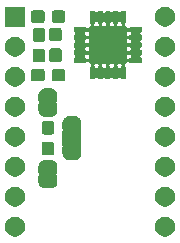
<source format=gbr>
G04 #@! TF.GenerationSoftware,KiCad,Pcbnew,(5.1.5)-3*
G04 #@! TF.CreationDate,2020-05-29T21:58:10-05:00*
G04 #@! TF.ProjectId,pt100stick,70743130-3073-4746-9963-6b2e6b696361,rev?*
G04 #@! TF.SameCoordinates,Original*
G04 #@! TF.FileFunction,Soldermask,Top*
G04 #@! TF.FilePolarity,Negative*
%FSLAX46Y46*%
G04 Gerber Fmt 4.6, Leading zero omitted, Abs format (unit mm)*
G04 Created by KiCad (PCBNEW (5.1.5)-3) date 2020-05-29 21:58:10*
%MOMM*%
%LPD*%
G04 APERTURE LIST*
%ADD10C,0.100000*%
G04 APERTURE END LIST*
D10*
G36*
X155188228Y-88081703D02*
G01*
X155343100Y-88145853D01*
X155482481Y-88238985D01*
X155601015Y-88357519D01*
X155694147Y-88496900D01*
X155758297Y-88651772D01*
X155791000Y-88816184D01*
X155791000Y-88983816D01*
X155758297Y-89148228D01*
X155694147Y-89303100D01*
X155601015Y-89442481D01*
X155482481Y-89561015D01*
X155343100Y-89654147D01*
X155188228Y-89718297D01*
X155023816Y-89751000D01*
X154856184Y-89751000D01*
X154691772Y-89718297D01*
X154536900Y-89654147D01*
X154397519Y-89561015D01*
X154278985Y-89442481D01*
X154185853Y-89303100D01*
X154121703Y-89148228D01*
X154089000Y-88983816D01*
X154089000Y-88816184D01*
X154121703Y-88651772D01*
X154185853Y-88496900D01*
X154278985Y-88357519D01*
X154397519Y-88238985D01*
X154536900Y-88145853D01*
X154691772Y-88081703D01*
X154856184Y-88049000D01*
X155023816Y-88049000D01*
X155188228Y-88081703D01*
G37*
G36*
X142488228Y-88081703D02*
G01*
X142643100Y-88145853D01*
X142782481Y-88238985D01*
X142901015Y-88357519D01*
X142994147Y-88496900D01*
X143058297Y-88651772D01*
X143091000Y-88816184D01*
X143091000Y-88983816D01*
X143058297Y-89148228D01*
X142994147Y-89303100D01*
X142901015Y-89442481D01*
X142782481Y-89561015D01*
X142643100Y-89654147D01*
X142488228Y-89718297D01*
X142323816Y-89751000D01*
X142156184Y-89751000D01*
X141991772Y-89718297D01*
X141836900Y-89654147D01*
X141697519Y-89561015D01*
X141578985Y-89442481D01*
X141485853Y-89303100D01*
X141421703Y-89148228D01*
X141389000Y-88983816D01*
X141389000Y-88816184D01*
X141421703Y-88651772D01*
X141485853Y-88496900D01*
X141578985Y-88357519D01*
X141697519Y-88238985D01*
X141836900Y-88145853D01*
X141991772Y-88081703D01*
X142156184Y-88049000D01*
X142323816Y-88049000D01*
X142488228Y-88081703D01*
G37*
G36*
X142488228Y-85541703D02*
G01*
X142643100Y-85605853D01*
X142782481Y-85698985D01*
X142901015Y-85817519D01*
X142994147Y-85956900D01*
X143058297Y-86111772D01*
X143091000Y-86276184D01*
X143091000Y-86443816D01*
X143058297Y-86608228D01*
X142994147Y-86763100D01*
X142901015Y-86902481D01*
X142782481Y-87021015D01*
X142643100Y-87114147D01*
X142488228Y-87178297D01*
X142323816Y-87211000D01*
X142156184Y-87211000D01*
X141991772Y-87178297D01*
X141836900Y-87114147D01*
X141697519Y-87021015D01*
X141578985Y-86902481D01*
X141485853Y-86763100D01*
X141421703Y-86608228D01*
X141389000Y-86443816D01*
X141389000Y-86276184D01*
X141421703Y-86111772D01*
X141485853Y-85956900D01*
X141578985Y-85817519D01*
X141697519Y-85698985D01*
X141836900Y-85605853D01*
X141991772Y-85541703D01*
X142156184Y-85509000D01*
X142323816Y-85509000D01*
X142488228Y-85541703D01*
G37*
G36*
X155188228Y-85541703D02*
G01*
X155343100Y-85605853D01*
X155482481Y-85698985D01*
X155601015Y-85817519D01*
X155694147Y-85956900D01*
X155758297Y-86111772D01*
X155791000Y-86276184D01*
X155791000Y-86443816D01*
X155758297Y-86608228D01*
X155694147Y-86763100D01*
X155601015Y-86902481D01*
X155482481Y-87021015D01*
X155343100Y-87114147D01*
X155188228Y-87178297D01*
X155023816Y-87211000D01*
X154856184Y-87211000D01*
X154691772Y-87178297D01*
X154536900Y-87114147D01*
X154397519Y-87021015D01*
X154278985Y-86902481D01*
X154185853Y-86763100D01*
X154121703Y-86608228D01*
X154089000Y-86443816D01*
X154089000Y-86276184D01*
X154121703Y-86111772D01*
X154185853Y-85956900D01*
X154278985Y-85817519D01*
X154397519Y-85698985D01*
X154536900Y-85605853D01*
X154691772Y-85541703D01*
X154856184Y-85509000D01*
X155023816Y-85509000D01*
X155188228Y-85541703D01*
G37*
G36*
X145296199Y-83254954D02*
G01*
X145308450Y-83255556D01*
X145326869Y-83255556D01*
X145349149Y-83257750D01*
X145433233Y-83274476D01*
X145454660Y-83280976D01*
X145533858Y-83313780D01*
X145539303Y-83316691D01*
X145539309Y-83316693D01*
X145548169Y-83321429D01*
X145548173Y-83321432D01*
X145553614Y-83324340D01*
X145624899Y-83371971D01*
X145642204Y-83386172D01*
X145702828Y-83446796D01*
X145717029Y-83464101D01*
X145764660Y-83535386D01*
X145767568Y-83540827D01*
X145767571Y-83540831D01*
X145772307Y-83549691D01*
X145772309Y-83549697D01*
X145775220Y-83555142D01*
X145808024Y-83634340D01*
X145814524Y-83655767D01*
X145831250Y-83739851D01*
X145833444Y-83762131D01*
X145833444Y-83780550D01*
X145834046Y-83792801D01*
X145835852Y-83811139D01*
X145835852Y-84298860D01*
X145834263Y-84314999D01*
X145831348Y-84324608D01*
X145826610Y-84333472D01*
X145820237Y-84341237D01*
X145807794Y-84351448D01*
X145797425Y-84358378D01*
X145780098Y-84375705D01*
X145766485Y-84396080D01*
X145757109Y-84418720D01*
X145752329Y-84442753D01*
X145752330Y-84467257D01*
X145757112Y-84491290D01*
X145766490Y-84513929D01*
X145780105Y-84534302D01*
X145797432Y-84551629D01*
X145807802Y-84558558D01*
X145820237Y-84568763D01*
X145826610Y-84576528D01*
X145831348Y-84585392D01*
X145834263Y-84595001D01*
X145835852Y-84611140D01*
X145835852Y-85098862D01*
X145834046Y-85117199D01*
X145833444Y-85129450D01*
X145833444Y-85147869D01*
X145831250Y-85170149D01*
X145814524Y-85254233D01*
X145808024Y-85275660D01*
X145775220Y-85354858D01*
X145772309Y-85360303D01*
X145772307Y-85360309D01*
X145767571Y-85369169D01*
X145767568Y-85369173D01*
X145764660Y-85374614D01*
X145717029Y-85445899D01*
X145702828Y-85463204D01*
X145642204Y-85523828D01*
X145624899Y-85538029D01*
X145553614Y-85585660D01*
X145548173Y-85588568D01*
X145548169Y-85588571D01*
X145539309Y-85593307D01*
X145539303Y-85593309D01*
X145533858Y-85596220D01*
X145454660Y-85629024D01*
X145433233Y-85635524D01*
X145349149Y-85652250D01*
X145326869Y-85654444D01*
X145308450Y-85654444D01*
X145296199Y-85655046D01*
X145277862Y-85656852D01*
X144790138Y-85656852D01*
X144771801Y-85655046D01*
X144759550Y-85654444D01*
X144741131Y-85654444D01*
X144718851Y-85652250D01*
X144634767Y-85635524D01*
X144613340Y-85629024D01*
X144534142Y-85596220D01*
X144528697Y-85593309D01*
X144528691Y-85593307D01*
X144519831Y-85588571D01*
X144519827Y-85588568D01*
X144514386Y-85585660D01*
X144443101Y-85538029D01*
X144425796Y-85523828D01*
X144365172Y-85463204D01*
X144350971Y-85445899D01*
X144303340Y-85374614D01*
X144300432Y-85369173D01*
X144300429Y-85369169D01*
X144295693Y-85360309D01*
X144295691Y-85360303D01*
X144292780Y-85354858D01*
X144259976Y-85275660D01*
X144253476Y-85254233D01*
X144236750Y-85170149D01*
X144234556Y-85147869D01*
X144234556Y-85129450D01*
X144233954Y-85117199D01*
X144232148Y-85098862D01*
X144232148Y-84611140D01*
X144233737Y-84595001D01*
X144236652Y-84585392D01*
X144241390Y-84576528D01*
X144247763Y-84568763D01*
X144260206Y-84558552D01*
X144270575Y-84551622D01*
X144287902Y-84534295D01*
X144301515Y-84513920D01*
X144310891Y-84491280D01*
X144315671Y-84467247D01*
X144315670Y-84442743D01*
X144310888Y-84418710D01*
X144301510Y-84396071D01*
X144287895Y-84375698D01*
X144270568Y-84358371D01*
X144260198Y-84351442D01*
X144247763Y-84341237D01*
X144241390Y-84333472D01*
X144236652Y-84324608D01*
X144233737Y-84314999D01*
X144232148Y-84298860D01*
X144232148Y-83811139D01*
X144233954Y-83792801D01*
X144234556Y-83780550D01*
X144234556Y-83762131D01*
X144236750Y-83739851D01*
X144253476Y-83655767D01*
X144259976Y-83634340D01*
X144292780Y-83555142D01*
X144295691Y-83549697D01*
X144295693Y-83549691D01*
X144300429Y-83540831D01*
X144300432Y-83540827D01*
X144303340Y-83535386D01*
X144350971Y-83464101D01*
X144365172Y-83446796D01*
X144425796Y-83386172D01*
X144443101Y-83371971D01*
X144514386Y-83324340D01*
X144519827Y-83321432D01*
X144519831Y-83321429D01*
X144528691Y-83316693D01*
X144528697Y-83316691D01*
X144534142Y-83313780D01*
X144613340Y-83280976D01*
X144634767Y-83274476D01*
X144718851Y-83257750D01*
X144741131Y-83255556D01*
X144759550Y-83255556D01*
X144771801Y-83254954D01*
X144790139Y-83253148D01*
X145277861Y-83253148D01*
X145296199Y-83254954D01*
G37*
G36*
X155188228Y-83001703D02*
G01*
X155343100Y-83065853D01*
X155482481Y-83158985D01*
X155601015Y-83277519D01*
X155694147Y-83416900D01*
X155758297Y-83571772D01*
X155791000Y-83736184D01*
X155791000Y-83903816D01*
X155758297Y-84068228D01*
X155694147Y-84223100D01*
X155601015Y-84362481D01*
X155482481Y-84481015D01*
X155343100Y-84574147D01*
X155188228Y-84638297D01*
X155023816Y-84671000D01*
X154856184Y-84671000D01*
X154691772Y-84638297D01*
X154536900Y-84574147D01*
X154397519Y-84481015D01*
X154278985Y-84362481D01*
X154185853Y-84223100D01*
X154121703Y-84068228D01*
X154089000Y-83903816D01*
X154089000Y-83736184D01*
X154121703Y-83571772D01*
X154185853Y-83416900D01*
X154278985Y-83277519D01*
X154397519Y-83158985D01*
X154536900Y-83065853D01*
X154691772Y-83001703D01*
X154856184Y-82969000D01*
X155023816Y-82969000D01*
X155188228Y-83001703D01*
G37*
G36*
X142488228Y-83001703D02*
G01*
X142643100Y-83065853D01*
X142782481Y-83158985D01*
X142901015Y-83277519D01*
X142994147Y-83416900D01*
X143058297Y-83571772D01*
X143091000Y-83736184D01*
X143091000Y-83903816D01*
X143058297Y-84068228D01*
X142994147Y-84223100D01*
X142901015Y-84362481D01*
X142782481Y-84481015D01*
X142643100Y-84574147D01*
X142488228Y-84638297D01*
X142323816Y-84671000D01*
X142156184Y-84671000D01*
X141991772Y-84638297D01*
X141836900Y-84574147D01*
X141697519Y-84481015D01*
X141578985Y-84362481D01*
X141485853Y-84223100D01*
X141421703Y-84068228D01*
X141389000Y-83903816D01*
X141389000Y-83736184D01*
X141421703Y-83571772D01*
X141485853Y-83416900D01*
X141578985Y-83277519D01*
X141697519Y-83158985D01*
X141836900Y-83065853D01*
X141991772Y-83001703D01*
X142156184Y-82969000D01*
X142323816Y-82969000D01*
X142488228Y-83001703D01*
G37*
G36*
X147328199Y-79556954D02*
G01*
X147340450Y-79557556D01*
X147358869Y-79557556D01*
X147381149Y-79559750D01*
X147465233Y-79576476D01*
X147486660Y-79582976D01*
X147565858Y-79615780D01*
X147571303Y-79618691D01*
X147571309Y-79618693D01*
X147580169Y-79623429D01*
X147580173Y-79623432D01*
X147585614Y-79626340D01*
X147656899Y-79673971D01*
X147674204Y-79688172D01*
X147734828Y-79748796D01*
X147749029Y-79766101D01*
X147796660Y-79837386D01*
X147799568Y-79842827D01*
X147799571Y-79842831D01*
X147804307Y-79851691D01*
X147804309Y-79851697D01*
X147807220Y-79857142D01*
X147840024Y-79936340D01*
X147846524Y-79957767D01*
X147863250Y-80041851D01*
X147865444Y-80064131D01*
X147865444Y-80082550D01*
X147866046Y-80094801D01*
X147867852Y-80113139D01*
X147867852Y-80650860D01*
X147866263Y-80666999D01*
X147861855Y-80681528D01*
X147856394Y-80694711D01*
X147851612Y-80718745D01*
X147851611Y-80743249D01*
X147856391Y-80767282D01*
X147865768Y-80789921D01*
X147867000Y-80791765D01*
X147867000Y-82023050D01*
X147860525Y-82035164D01*
X147853412Y-82058613D01*
X147851010Y-82082999D01*
X147853412Y-82107385D01*
X147860525Y-82130834D01*
X147862848Y-82135746D01*
X147866263Y-82147001D01*
X147867852Y-82163140D01*
X147867852Y-82700862D01*
X147866046Y-82719199D01*
X147865444Y-82731450D01*
X147865444Y-82749869D01*
X147863250Y-82772149D01*
X147846524Y-82856233D01*
X147840024Y-82877660D01*
X147807220Y-82956858D01*
X147804309Y-82962303D01*
X147804307Y-82962309D01*
X147799571Y-82971169D01*
X147799568Y-82971173D01*
X147796660Y-82976614D01*
X147749029Y-83047899D01*
X147734828Y-83065204D01*
X147674204Y-83125828D01*
X147656899Y-83140029D01*
X147585614Y-83187660D01*
X147580173Y-83190568D01*
X147580169Y-83190571D01*
X147571309Y-83195307D01*
X147571303Y-83195309D01*
X147565858Y-83198220D01*
X147486660Y-83231024D01*
X147465233Y-83237524D01*
X147381149Y-83254250D01*
X147358869Y-83256444D01*
X147340450Y-83256444D01*
X147328199Y-83257046D01*
X147309862Y-83258852D01*
X146822138Y-83258852D01*
X146803801Y-83257046D01*
X146791550Y-83256444D01*
X146773131Y-83256444D01*
X146750851Y-83254250D01*
X146666767Y-83237524D01*
X146645340Y-83231024D01*
X146566142Y-83198220D01*
X146560697Y-83195309D01*
X146560691Y-83195307D01*
X146551831Y-83190571D01*
X146551827Y-83190568D01*
X146546386Y-83187660D01*
X146475101Y-83140029D01*
X146457796Y-83125828D01*
X146397172Y-83065204D01*
X146382971Y-83047899D01*
X146335340Y-82976614D01*
X146332432Y-82971173D01*
X146332429Y-82971169D01*
X146327693Y-82962309D01*
X146327691Y-82962303D01*
X146324780Y-82956858D01*
X146291976Y-82877660D01*
X146285476Y-82856233D01*
X146268750Y-82772149D01*
X146266556Y-82749869D01*
X146266556Y-82731450D01*
X146265954Y-82719199D01*
X146264148Y-82700862D01*
X146264148Y-82163140D01*
X146265737Y-82147001D01*
X146270145Y-82132472D01*
X146275606Y-82119289D01*
X146280388Y-82095255D01*
X146280389Y-82070751D01*
X146275609Y-82046718D01*
X146266232Y-82024079D01*
X146265000Y-82022235D01*
X146265000Y-80790950D01*
X146271475Y-80778836D01*
X146278588Y-80755387D01*
X146280990Y-80731001D01*
X146278588Y-80706615D01*
X146271475Y-80683166D01*
X146269152Y-80678254D01*
X146265737Y-80666999D01*
X146264148Y-80650860D01*
X146264148Y-80113139D01*
X146265954Y-80094801D01*
X146266556Y-80082550D01*
X146266556Y-80064131D01*
X146268750Y-80041851D01*
X146285476Y-79957767D01*
X146291976Y-79936340D01*
X146324780Y-79857142D01*
X146327691Y-79851697D01*
X146327693Y-79851691D01*
X146332429Y-79842831D01*
X146332432Y-79842827D01*
X146335340Y-79837386D01*
X146382971Y-79766101D01*
X146397172Y-79748796D01*
X146457796Y-79688172D01*
X146475101Y-79673971D01*
X146546386Y-79626340D01*
X146551827Y-79623432D01*
X146551831Y-79623429D01*
X146560691Y-79618693D01*
X146560697Y-79618691D01*
X146566142Y-79615780D01*
X146645340Y-79582976D01*
X146666767Y-79576476D01*
X146750851Y-79559750D01*
X146773131Y-79557556D01*
X146791550Y-79557556D01*
X146803801Y-79556954D01*
X146822139Y-79555148D01*
X147309861Y-79555148D01*
X147328199Y-79556954D01*
G37*
G36*
X145398499Y-81710445D02*
G01*
X145435995Y-81721820D01*
X145470554Y-81740292D01*
X145500847Y-81765153D01*
X145525708Y-81795446D01*
X145544180Y-81830005D01*
X145555555Y-81867501D01*
X145560000Y-81912638D01*
X145560000Y-82651362D01*
X145555555Y-82696499D01*
X145544180Y-82733995D01*
X145525708Y-82768554D01*
X145500847Y-82798847D01*
X145470554Y-82823708D01*
X145435995Y-82842180D01*
X145398499Y-82853555D01*
X145353362Y-82858000D01*
X144714638Y-82858000D01*
X144669501Y-82853555D01*
X144632005Y-82842180D01*
X144597446Y-82823708D01*
X144567153Y-82798847D01*
X144542292Y-82768554D01*
X144523820Y-82733995D01*
X144512445Y-82696499D01*
X144508000Y-82651362D01*
X144508000Y-81912638D01*
X144512445Y-81867501D01*
X144523820Y-81830005D01*
X144542292Y-81795446D01*
X144567153Y-81765153D01*
X144597446Y-81740292D01*
X144632005Y-81721820D01*
X144669501Y-81710445D01*
X144714638Y-81706000D01*
X145353362Y-81706000D01*
X145398499Y-81710445D01*
G37*
G36*
X155188228Y-80461703D02*
G01*
X155343100Y-80525853D01*
X155482481Y-80618985D01*
X155601015Y-80737519D01*
X155694147Y-80876900D01*
X155758297Y-81031772D01*
X155791000Y-81196184D01*
X155791000Y-81363816D01*
X155758297Y-81528228D01*
X155694147Y-81683100D01*
X155601015Y-81822481D01*
X155482481Y-81941015D01*
X155343100Y-82034147D01*
X155188228Y-82098297D01*
X155023816Y-82131000D01*
X154856184Y-82131000D01*
X154691772Y-82098297D01*
X154536900Y-82034147D01*
X154397519Y-81941015D01*
X154278985Y-81822481D01*
X154185853Y-81683100D01*
X154121703Y-81528228D01*
X154089000Y-81363816D01*
X154089000Y-81196184D01*
X154121703Y-81031772D01*
X154185853Y-80876900D01*
X154278985Y-80737519D01*
X154397519Y-80618985D01*
X154536900Y-80525853D01*
X154691772Y-80461703D01*
X154856184Y-80429000D01*
X155023816Y-80429000D01*
X155188228Y-80461703D01*
G37*
G36*
X142488228Y-80461703D02*
G01*
X142643100Y-80525853D01*
X142782481Y-80618985D01*
X142901015Y-80737519D01*
X142994147Y-80876900D01*
X143058297Y-81031772D01*
X143091000Y-81196184D01*
X143091000Y-81363816D01*
X143058297Y-81528228D01*
X142994147Y-81683100D01*
X142901015Y-81822481D01*
X142782481Y-81941015D01*
X142643100Y-82034147D01*
X142488228Y-82098297D01*
X142323816Y-82131000D01*
X142156184Y-82131000D01*
X141991772Y-82098297D01*
X141836900Y-82034147D01*
X141697519Y-81941015D01*
X141578985Y-81822481D01*
X141485853Y-81683100D01*
X141421703Y-81528228D01*
X141389000Y-81363816D01*
X141389000Y-81196184D01*
X141421703Y-81031772D01*
X141485853Y-80876900D01*
X141578985Y-80737519D01*
X141697519Y-80618985D01*
X141836900Y-80525853D01*
X141991772Y-80461703D01*
X142156184Y-80429000D01*
X142323816Y-80429000D01*
X142488228Y-80461703D01*
G37*
G36*
X145398499Y-79960445D02*
G01*
X145435995Y-79971820D01*
X145470554Y-79990292D01*
X145500847Y-80015153D01*
X145525708Y-80045446D01*
X145544180Y-80080005D01*
X145555555Y-80117501D01*
X145560000Y-80162638D01*
X145560000Y-80901362D01*
X145555555Y-80946499D01*
X145544180Y-80983995D01*
X145525708Y-81018554D01*
X145500847Y-81048847D01*
X145470554Y-81073708D01*
X145435995Y-81092180D01*
X145398499Y-81103555D01*
X145353362Y-81108000D01*
X144714638Y-81108000D01*
X144669501Y-81103555D01*
X144632005Y-81092180D01*
X144597446Y-81073708D01*
X144567153Y-81048847D01*
X144542292Y-81018554D01*
X144523820Y-80983995D01*
X144512445Y-80946499D01*
X144508000Y-80901362D01*
X144508000Y-80162638D01*
X144512445Y-80117501D01*
X144523820Y-80080005D01*
X144542292Y-80045446D01*
X144567153Y-80015153D01*
X144597446Y-79990292D01*
X144632005Y-79971820D01*
X144669501Y-79960445D01*
X144714638Y-79956000D01*
X145353362Y-79956000D01*
X145398499Y-79960445D01*
G37*
G36*
X145296199Y-77195954D02*
G01*
X145308450Y-77196556D01*
X145326869Y-77196556D01*
X145349149Y-77198750D01*
X145433233Y-77215476D01*
X145454660Y-77221976D01*
X145533858Y-77254780D01*
X145539303Y-77257691D01*
X145539309Y-77257693D01*
X145548169Y-77262429D01*
X145548173Y-77262432D01*
X145553614Y-77265340D01*
X145624899Y-77312971D01*
X145642204Y-77327172D01*
X145702828Y-77387796D01*
X145717029Y-77405101D01*
X145764660Y-77476386D01*
X145767568Y-77481827D01*
X145767571Y-77481831D01*
X145772307Y-77490691D01*
X145772309Y-77490697D01*
X145775220Y-77496142D01*
X145808024Y-77575340D01*
X145814524Y-77596767D01*
X145831250Y-77680851D01*
X145833444Y-77703131D01*
X145833444Y-77721550D01*
X145834046Y-77733801D01*
X145835852Y-77752139D01*
X145835852Y-78239860D01*
X145834263Y-78255999D01*
X145831348Y-78265608D01*
X145826610Y-78274472D01*
X145820237Y-78282237D01*
X145807794Y-78292448D01*
X145797425Y-78299378D01*
X145780098Y-78316705D01*
X145766485Y-78337080D01*
X145757109Y-78359720D01*
X145752329Y-78383753D01*
X145752330Y-78408257D01*
X145757112Y-78432290D01*
X145766490Y-78454929D01*
X145780105Y-78475302D01*
X145797432Y-78492629D01*
X145807802Y-78499558D01*
X145820237Y-78509763D01*
X145826610Y-78517528D01*
X145831348Y-78526392D01*
X145834263Y-78536001D01*
X145835852Y-78552140D01*
X145835852Y-79039862D01*
X145834046Y-79058199D01*
X145833444Y-79070450D01*
X145833444Y-79088869D01*
X145831250Y-79111149D01*
X145814524Y-79195233D01*
X145808024Y-79216660D01*
X145775220Y-79295858D01*
X145772309Y-79301303D01*
X145772307Y-79301309D01*
X145767571Y-79310169D01*
X145767568Y-79310173D01*
X145764660Y-79315614D01*
X145717029Y-79386899D01*
X145702828Y-79404204D01*
X145642204Y-79464828D01*
X145624899Y-79479029D01*
X145553614Y-79526660D01*
X145548173Y-79529568D01*
X145548169Y-79529571D01*
X145539309Y-79534307D01*
X145539303Y-79534309D01*
X145533858Y-79537220D01*
X145454660Y-79570024D01*
X145433233Y-79576524D01*
X145349149Y-79593250D01*
X145326869Y-79595444D01*
X145308450Y-79595444D01*
X145296199Y-79596046D01*
X145277862Y-79597852D01*
X144790138Y-79597852D01*
X144771801Y-79596046D01*
X144759550Y-79595444D01*
X144741131Y-79595444D01*
X144718851Y-79593250D01*
X144634767Y-79576524D01*
X144613340Y-79570024D01*
X144534142Y-79537220D01*
X144528697Y-79534309D01*
X144528691Y-79534307D01*
X144519831Y-79529571D01*
X144519827Y-79529568D01*
X144514386Y-79526660D01*
X144443101Y-79479029D01*
X144425796Y-79464828D01*
X144365172Y-79404204D01*
X144350971Y-79386899D01*
X144303340Y-79315614D01*
X144300432Y-79310173D01*
X144300429Y-79310169D01*
X144295693Y-79301309D01*
X144295691Y-79301303D01*
X144292780Y-79295858D01*
X144259976Y-79216660D01*
X144253476Y-79195233D01*
X144236750Y-79111149D01*
X144234556Y-79088869D01*
X144234556Y-79070450D01*
X144233954Y-79058199D01*
X144232148Y-79039862D01*
X144232148Y-78552140D01*
X144233737Y-78536001D01*
X144236652Y-78526392D01*
X144241390Y-78517528D01*
X144247763Y-78509763D01*
X144260206Y-78499552D01*
X144270575Y-78492622D01*
X144287902Y-78475295D01*
X144301515Y-78454920D01*
X144310891Y-78432280D01*
X144315671Y-78408247D01*
X144315670Y-78383743D01*
X144310888Y-78359710D01*
X144301510Y-78337071D01*
X144287895Y-78316698D01*
X144270568Y-78299371D01*
X144260198Y-78292442D01*
X144247763Y-78282237D01*
X144241390Y-78274472D01*
X144236652Y-78265608D01*
X144233737Y-78255999D01*
X144232148Y-78239860D01*
X144232148Y-77752139D01*
X144233954Y-77733801D01*
X144234556Y-77721550D01*
X144234556Y-77703131D01*
X144236750Y-77680851D01*
X144253476Y-77596767D01*
X144259976Y-77575340D01*
X144292780Y-77496142D01*
X144295691Y-77490697D01*
X144295693Y-77490691D01*
X144300429Y-77481831D01*
X144300432Y-77481827D01*
X144303340Y-77476386D01*
X144350971Y-77405101D01*
X144365172Y-77387796D01*
X144425796Y-77327172D01*
X144443101Y-77312971D01*
X144514386Y-77265340D01*
X144519827Y-77262432D01*
X144519831Y-77262429D01*
X144528691Y-77257693D01*
X144528697Y-77257691D01*
X144534142Y-77254780D01*
X144613340Y-77221976D01*
X144634767Y-77215476D01*
X144718851Y-77198750D01*
X144741131Y-77196556D01*
X144759550Y-77196556D01*
X144771801Y-77195954D01*
X144790139Y-77194148D01*
X145277861Y-77194148D01*
X145296199Y-77195954D01*
G37*
G36*
X155188228Y-77921703D02*
G01*
X155343100Y-77985853D01*
X155482481Y-78078985D01*
X155601015Y-78197519D01*
X155694147Y-78336900D01*
X155758297Y-78491772D01*
X155791000Y-78656184D01*
X155791000Y-78823816D01*
X155758297Y-78988228D01*
X155694147Y-79143100D01*
X155601015Y-79282481D01*
X155482481Y-79401015D01*
X155343100Y-79494147D01*
X155188228Y-79558297D01*
X155023816Y-79591000D01*
X154856184Y-79591000D01*
X154691772Y-79558297D01*
X154536900Y-79494147D01*
X154397519Y-79401015D01*
X154278985Y-79282481D01*
X154185853Y-79143100D01*
X154121703Y-78988228D01*
X154089000Y-78823816D01*
X154089000Y-78656184D01*
X154121703Y-78491772D01*
X154185853Y-78336900D01*
X154278985Y-78197519D01*
X154397519Y-78078985D01*
X154536900Y-77985853D01*
X154691772Y-77921703D01*
X154856184Y-77889000D01*
X155023816Y-77889000D01*
X155188228Y-77921703D01*
G37*
G36*
X142488228Y-77921703D02*
G01*
X142643100Y-77985853D01*
X142782481Y-78078985D01*
X142901015Y-78197519D01*
X142994147Y-78336900D01*
X143058297Y-78491772D01*
X143091000Y-78656184D01*
X143091000Y-78823816D01*
X143058297Y-78988228D01*
X142994147Y-79143100D01*
X142901015Y-79282481D01*
X142782481Y-79401015D01*
X142643100Y-79494147D01*
X142488228Y-79558297D01*
X142323816Y-79591000D01*
X142156184Y-79591000D01*
X141991772Y-79558297D01*
X141836900Y-79494147D01*
X141697519Y-79401015D01*
X141578985Y-79282481D01*
X141485853Y-79143100D01*
X141421703Y-78988228D01*
X141389000Y-78823816D01*
X141389000Y-78656184D01*
X141421703Y-78491772D01*
X141485853Y-78336900D01*
X141578985Y-78197519D01*
X141697519Y-78078985D01*
X141836900Y-77985853D01*
X141991772Y-77921703D01*
X142156184Y-77889000D01*
X142323816Y-77889000D01*
X142488228Y-77921703D01*
G37*
G36*
X142488228Y-75381703D02*
G01*
X142643100Y-75445853D01*
X142782481Y-75538985D01*
X142901015Y-75657519D01*
X142994147Y-75796900D01*
X143058297Y-75951772D01*
X143091000Y-76116184D01*
X143091000Y-76283816D01*
X143058297Y-76448228D01*
X142994147Y-76603100D01*
X142901015Y-76742481D01*
X142782481Y-76861015D01*
X142643100Y-76954147D01*
X142488228Y-77018297D01*
X142323816Y-77051000D01*
X142156184Y-77051000D01*
X141991772Y-77018297D01*
X141836900Y-76954147D01*
X141697519Y-76861015D01*
X141578985Y-76742481D01*
X141485853Y-76603100D01*
X141421703Y-76448228D01*
X141389000Y-76283816D01*
X141389000Y-76116184D01*
X141421703Y-75951772D01*
X141485853Y-75796900D01*
X141578985Y-75657519D01*
X141697519Y-75538985D01*
X141836900Y-75445853D01*
X141991772Y-75381703D01*
X142156184Y-75349000D01*
X142323816Y-75349000D01*
X142488228Y-75381703D01*
G37*
G36*
X155188228Y-75381703D02*
G01*
X155343100Y-75445853D01*
X155482481Y-75538985D01*
X155601015Y-75657519D01*
X155694147Y-75796900D01*
X155758297Y-75951772D01*
X155791000Y-76116184D01*
X155791000Y-76283816D01*
X155758297Y-76448228D01*
X155694147Y-76603100D01*
X155601015Y-76742481D01*
X155482481Y-76861015D01*
X155343100Y-76954147D01*
X155188228Y-77018297D01*
X155023816Y-77051000D01*
X154856184Y-77051000D01*
X154691772Y-77018297D01*
X154536900Y-76954147D01*
X154397519Y-76861015D01*
X154278985Y-76742481D01*
X154185853Y-76603100D01*
X154121703Y-76448228D01*
X154089000Y-76283816D01*
X154089000Y-76116184D01*
X154121703Y-75951772D01*
X154185853Y-75796900D01*
X154278985Y-75657519D01*
X154397519Y-75538985D01*
X154536900Y-75445853D01*
X154691772Y-75381703D01*
X154856184Y-75349000D01*
X155023816Y-75349000D01*
X155188228Y-75381703D01*
G37*
G36*
X144587499Y-75551445D02*
G01*
X144624995Y-75562820D01*
X144659554Y-75581292D01*
X144689847Y-75606153D01*
X144714708Y-75636446D01*
X144733180Y-75671005D01*
X144744555Y-75708501D01*
X144749000Y-75753638D01*
X144749000Y-76392362D01*
X144744555Y-76437499D01*
X144733180Y-76474995D01*
X144714708Y-76509554D01*
X144689847Y-76539847D01*
X144659554Y-76564708D01*
X144624995Y-76583180D01*
X144587499Y-76594555D01*
X144542362Y-76599000D01*
X143803638Y-76599000D01*
X143758501Y-76594555D01*
X143721005Y-76583180D01*
X143686446Y-76564708D01*
X143656153Y-76539847D01*
X143631292Y-76509554D01*
X143612820Y-76474995D01*
X143601445Y-76437499D01*
X143597000Y-76392362D01*
X143597000Y-75753638D01*
X143601445Y-75708501D01*
X143612820Y-75671005D01*
X143631292Y-75636446D01*
X143656153Y-75606153D01*
X143686446Y-75581292D01*
X143721005Y-75562820D01*
X143758501Y-75551445D01*
X143803638Y-75547000D01*
X144542362Y-75547000D01*
X144587499Y-75551445D01*
G37*
G36*
X146337499Y-75551445D02*
G01*
X146374995Y-75562820D01*
X146409554Y-75581292D01*
X146439847Y-75606153D01*
X146464708Y-75636446D01*
X146483180Y-75671005D01*
X146494555Y-75708501D01*
X146499000Y-75753638D01*
X146499000Y-76392362D01*
X146494555Y-76437499D01*
X146483180Y-76474995D01*
X146464708Y-76509554D01*
X146439847Y-76539847D01*
X146409554Y-76564708D01*
X146374995Y-76583180D01*
X146337499Y-76594555D01*
X146292362Y-76599000D01*
X145553638Y-76599000D01*
X145508501Y-76594555D01*
X145471005Y-76583180D01*
X145436446Y-76564708D01*
X145406153Y-76539847D01*
X145381292Y-76509554D01*
X145362820Y-76474995D01*
X145351445Y-76437499D01*
X145347000Y-76392362D01*
X145347000Y-75753638D01*
X145351445Y-75708501D01*
X145362820Y-75671005D01*
X145381292Y-75636446D01*
X145406153Y-75606153D01*
X145436446Y-75581292D01*
X145471005Y-75562820D01*
X145508501Y-75551445D01*
X145553638Y-75547000D01*
X146292362Y-75547000D01*
X146337499Y-75551445D01*
G37*
G36*
X148984295Y-70633323D02*
G01*
X148991310Y-70635451D01*
X148997776Y-70638908D01*
X149003442Y-70643558D01*
X149008092Y-70649224D01*
X149011549Y-70655690D01*
X149013677Y-70662705D01*
X149014603Y-70672109D01*
X149019383Y-70696142D01*
X149028761Y-70718781D01*
X149042374Y-70739155D01*
X149059701Y-70756482D01*
X149080076Y-70770096D01*
X149102715Y-70779474D01*
X149126748Y-70784254D01*
X149151252Y-70784254D01*
X149175285Y-70779474D01*
X149197924Y-70770096D01*
X149218298Y-70756483D01*
X149235625Y-70739156D01*
X149249239Y-70718781D01*
X149258617Y-70696142D01*
X149263397Y-70672109D01*
X149264323Y-70662705D01*
X149266451Y-70655690D01*
X149269908Y-70649224D01*
X149274558Y-70643558D01*
X149280224Y-70638908D01*
X149286690Y-70635451D01*
X149293705Y-70633323D01*
X149307140Y-70632000D01*
X149620860Y-70632000D01*
X149634295Y-70633323D01*
X149641310Y-70635451D01*
X149647776Y-70638908D01*
X149653442Y-70643558D01*
X149658092Y-70649224D01*
X149661549Y-70655690D01*
X149663677Y-70662705D01*
X149664603Y-70672109D01*
X149669383Y-70696142D01*
X149678761Y-70718781D01*
X149692374Y-70739155D01*
X149709701Y-70756482D01*
X149730076Y-70770096D01*
X149752715Y-70779474D01*
X149776748Y-70784254D01*
X149801252Y-70784254D01*
X149825285Y-70779474D01*
X149847924Y-70770096D01*
X149868298Y-70756483D01*
X149885625Y-70739156D01*
X149899239Y-70718781D01*
X149908617Y-70696142D01*
X149913397Y-70672109D01*
X149914323Y-70662705D01*
X149916451Y-70655690D01*
X149919908Y-70649224D01*
X149924558Y-70643558D01*
X149930224Y-70638908D01*
X149936690Y-70635451D01*
X149943705Y-70633323D01*
X149957140Y-70632000D01*
X150270860Y-70632000D01*
X150284295Y-70633323D01*
X150291310Y-70635451D01*
X150297776Y-70638908D01*
X150303442Y-70643558D01*
X150308092Y-70649224D01*
X150311549Y-70655690D01*
X150313677Y-70662705D01*
X150314603Y-70672109D01*
X150319383Y-70696142D01*
X150328761Y-70718781D01*
X150342374Y-70739155D01*
X150359701Y-70756482D01*
X150380076Y-70770096D01*
X150402715Y-70779474D01*
X150426748Y-70784254D01*
X150451252Y-70784254D01*
X150475285Y-70779474D01*
X150497924Y-70770096D01*
X150518298Y-70756483D01*
X150535625Y-70739156D01*
X150549239Y-70718781D01*
X150558617Y-70696142D01*
X150563397Y-70672109D01*
X150564323Y-70662705D01*
X150566451Y-70655690D01*
X150569908Y-70649224D01*
X150574558Y-70643558D01*
X150580224Y-70638908D01*
X150586690Y-70635451D01*
X150593705Y-70633323D01*
X150607140Y-70632000D01*
X150920860Y-70632000D01*
X150934295Y-70633323D01*
X150941310Y-70635451D01*
X150947776Y-70638908D01*
X150953442Y-70643558D01*
X150958092Y-70649224D01*
X150961549Y-70655690D01*
X150963677Y-70662705D01*
X150964603Y-70672109D01*
X150969383Y-70696142D01*
X150978761Y-70718781D01*
X150992374Y-70739155D01*
X151009701Y-70756482D01*
X151030076Y-70770096D01*
X151052715Y-70779474D01*
X151076748Y-70784254D01*
X151101252Y-70784254D01*
X151125285Y-70779474D01*
X151147924Y-70770096D01*
X151168298Y-70756483D01*
X151185625Y-70739156D01*
X151199239Y-70718781D01*
X151208617Y-70696142D01*
X151213397Y-70672109D01*
X151214323Y-70662705D01*
X151216451Y-70655690D01*
X151219908Y-70649224D01*
X151224558Y-70643558D01*
X151230224Y-70638908D01*
X151236690Y-70635451D01*
X151243705Y-70633323D01*
X151257140Y-70632000D01*
X151570860Y-70632000D01*
X151584295Y-70633323D01*
X151591310Y-70635451D01*
X151597776Y-70638908D01*
X151603442Y-70643558D01*
X151608092Y-70649224D01*
X151611549Y-70655690D01*
X151613677Y-70662705D01*
X151615000Y-70676140D01*
X151615000Y-71664860D01*
X151613677Y-71678295D01*
X151611549Y-71685310D01*
X151608092Y-71691776D01*
X151603442Y-71697442D01*
X151597774Y-71702094D01*
X151582991Y-71709996D01*
X151562616Y-71723610D01*
X151545289Y-71740937D01*
X151531676Y-71761311D01*
X151522298Y-71783950D01*
X151517518Y-71807983D01*
X151517518Y-71832487D01*
X151522298Y-71856521D01*
X151531676Y-71879159D01*
X151545290Y-71899534D01*
X151562617Y-71916861D01*
X151582991Y-71930474D01*
X151605631Y-71939852D01*
X151620080Y-71944235D01*
X151646495Y-71958354D01*
X151669646Y-71977354D01*
X151688646Y-72000505D01*
X151702765Y-72026920D01*
X151707148Y-72041369D01*
X151716525Y-72064008D01*
X151730138Y-72084382D01*
X151747465Y-72101709D01*
X151767839Y-72115323D01*
X151790478Y-72124701D01*
X151814511Y-72129482D01*
X151839015Y-72129482D01*
X151863049Y-72124702D01*
X151885688Y-72115325D01*
X151906062Y-72101712D01*
X151923389Y-72084385D01*
X151937004Y-72064009D01*
X151944906Y-72049226D01*
X151949558Y-72043558D01*
X151955224Y-72038908D01*
X151961690Y-72035451D01*
X151968705Y-72033323D01*
X151982140Y-72032000D01*
X152970860Y-72032000D01*
X152984295Y-72033323D01*
X152991310Y-72035451D01*
X152997776Y-72038908D01*
X153003442Y-72043558D01*
X153008092Y-72049224D01*
X153011549Y-72055690D01*
X153013677Y-72062705D01*
X153015000Y-72076140D01*
X153015000Y-72389860D01*
X153013677Y-72403295D01*
X153011549Y-72410310D01*
X153008092Y-72416776D01*
X153003442Y-72422442D01*
X152997776Y-72427092D01*
X152991310Y-72430549D01*
X152984295Y-72432677D01*
X152974891Y-72433603D01*
X152950858Y-72438383D01*
X152928219Y-72447761D01*
X152907845Y-72461374D01*
X152890518Y-72478701D01*
X152876904Y-72499076D01*
X152867526Y-72521715D01*
X152862746Y-72545748D01*
X152862746Y-72570252D01*
X152867526Y-72594285D01*
X152876904Y-72616924D01*
X152890517Y-72637298D01*
X152907844Y-72654625D01*
X152928219Y-72668239D01*
X152950858Y-72677617D01*
X152974891Y-72682397D01*
X152984295Y-72683323D01*
X152991310Y-72685451D01*
X152997776Y-72688908D01*
X153003442Y-72693558D01*
X153008092Y-72699224D01*
X153011549Y-72705690D01*
X153013677Y-72712705D01*
X153015000Y-72726140D01*
X153015000Y-73039860D01*
X153013677Y-73053295D01*
X153011549Y-73060310D01*
X153008092Y-73066776D01*
X153003442Y-73072442D01*
X152997776Y-73077092D01*
X152991310Y-73080549D01*
X152984295Y-73082677D01*
X152974891Y-73083603D01*
X152950858Y-73088383D01*
X152928219Y-73097761D01*
X152907845Y-73111374D01*
X152890518Y-73128701D01*
X152876904Y-73149076D01*
X152867526Y-73171715D01*
X152862746Y-73195748D01*
X152862746Y-73220252D01*
X152867526Y-73244285D01*
X152876904Y-73266924D01*
X152890517Y-73287298D01*
X152907844Y-73304625D01*
X152928219Y-73318239D01*
X152950858Y-73327617D01*
X152974891Y-73332397D01*
X152984295Y-73333323D01*
X152991310Y-73335451D01*
X152997776Y-73338908D01*
X153003442Y-73343558D01*
X153008092Y-73349224D01*
X153011549Y-73355690D01*
X153013677Y-73362705D01*
X153015000Y-73376140D01*
X153015000Y-73689860D01*
X153013677Y-73703295D01*
X153011549Y-73710310D01*
X153008092Y-73716776D01*
X153003442Y-73722442D01*
X152997776Y-73727092D01*
X152991310Y-73730549D01*
X152984295Y-73732677D01*
X152974891Y-73733603D01*
X152950858Y-73738383D01*
X152928219Y-73747761D01*
X152907845Y-73761374D01*
X152890518Y-73778701D01*
X152876904Y-73799076D01*
X152867526Y-73821715D01*
X152862746Y-73845748D01*
X152862746Y-73870252D01*
X152867526Y-73894285D01*
X152876904Y-73916924D01*
X152890517Y-73937298D01*
X152907844Y-73954625D01*
X152928219Y-73968239D01*
X152950858Y-73977617D01*
X152974891Y-73982397D01*
X152984295Y-73983323D01*
X152991310Y-73985451D01*
X152997776Y-73988908D01*
X153003442Y-73993558D01*
X153008092Y-73999224D01*
X153011549Y-74005690D01*
X153013677Y-74012705D01*
X153015000Y-74026140D01*
X153015000Y-74339860D01*
X153013677Y-74353295D01*
X153011549Y-74360310D01*
X153008092Y-74366776D01*
X153003442Y-74372442D01*
X152997776Y-74377092D01*
X152991310Y-74380549D01*
X152984295Y-74382677D01*
X152974891Y-74383603D01*
X152950858Y-74388383D01*
X152928219Y-74397761D01*
X152907845Y-74411374D01*
X152890518Y-74428701D01*
X152876904Y-74449076D01*
X152867526Y-74471715D01*
X152862746Y-74495748D01*
X152862746Y-74520252D01*
X152867526Y-74544285D01*
X152876904Y-74566924D01*
X152890517Y-74587298D01*
X152907844Y-74604625D01*
X152928219Y-74618239D01*
X152950858Y-74627617D01*
X152974891Y-74632397D01*
X152984295Y-74633323D01*
X152991310Y-74635451D01*
X152997776Y-74638908D01*
X153003442Y-74643558D01*
X153008092Y-74649224D01*
X153011549Y-74655690D01*
X153013677Y-74662705D01*
X153015000Y-74676140D01*
X153015000Y-74989860D01*
X153013677Y-75003295D01*
X153011549Y-75010310D01*
X153008092Y-75016776D01*
X153003442Y-75022442D01*
X152997776Y-75027092D01*
X152991310Y-75030549D01*
X152984295Y-75032677D01*
X152970860Y-75034000D01*
X151982140Y-75034000D01*
X151968705Y-75032677D01*
X151961690Y-75030549D01*
X151955224Y-75027092D01*
X151949558Y-75022442D01*
X151944906Y-75016774D01*
X151937004Y-75001991D01*
X151923390Y-74981616D01*
X151906063Y-74964289D01*
X151885689Y-74950676D01*
X151863050Y-74941298D01*
X151839017Y-74936518D01*
X151814513Y-74936518D01*
X151790479Y-74941298D01*
X151767841Y-74950676D01*
X151747466Y-74964290D01*
X151730139Y-74981617D01*
X151716526Y-75001991D01*
X151707148Y-75024631D01*
X151702765Y-75039080D01*
X151688646Y-75065495D01*
X151669646Y-75088646D01*
X151646495Y-75107646D01*
X151620080Y-75121765D01*
X151605631Y-75126148D01*
X151582992Y-75135525D01*
X151562618Y-75149138D01*
X151545291Y-75166465D01*
X151531677Y-75186839D01*
X151522299Y-75209478D01*
X151517518Y-75233511D01*
X151517518Y-75258015D01*
X151522298Y-75282049D01*
X151531675Y-75304688D01*
X151545288Y-75325062D01*
X151562615Y-75342389D01*
X151582991Y-75356004D01*
X151597774Y-75363906D01*
X151603442Y-75368558D01*
X151608092Y-75374224D01*
X151611549Y-75380690D01*
X151613677Y-75387705D01*
X151615000Y-75401140D01*
X151615000Y-76389860D01*
X151613677Y-76403295D01*
X151611549Y-76410310D01*
X151608092Y-76416776D01*
X151603442Y-76422442D01*
X151597776Y-76427092D01*
X151591310Y-76430549D01*
X151584295Y-76432677D01*
X151570860Y-76434000D01*
X151257140Y-76434000D01*
X151243705Y-76432677D01*
X151236690Y-76430549D01*
X151230224Y-76427092D01*
X151224558Y-76422442D01*
X151219908Y-76416776D01*
X151216451Y-76410310D01*
X151214323Y-76403295D01*
X151213397Y-76393891D01*
X151208617Y-76369858D01*
X151199239Y-76347219D01*
X151185626Y-76326845D01*
X151168299Y-76309518D01*
X151147924Y-76295904D01*
X151125285Y-76286526D01*
X151101252Y-76281746D01*
X151076748Y-76281746D01*
X151052715Y-76286526D01*
X151030076Y-76295904D01*
X151009702Y-76309517D01*
X150992375Y-76326844D01*
X150978761Y-76347219D01*
X150969383Y-76369858D01*
X150964603Y-76393891D01*
X150963677Y-76403295D01*
X150961549Y-76410310D01*
X150958092Y-76416776D01*
X150953442Y-76422442D01*
X150947776Y-76427092D01*
X150941310Y-76430549D01*
X150934295Y-76432677D01*
X150920860Y-76434000D01*
X150607140Y-76434000D01*
X150593705Y-76432677D01*
X150586690Y-76430549D01*
X150580224Y-76427092D01*
X150574558Y-76422442D01*
X150569908Y-76416776D01*
X150566451Y-76410310D01*
X150564323Y-76403295D01*
X150563397Y-76393891D01*
X150558617Y-76369858D01*
X150549239Y-76347219D01*
X150535626Y-76326845D01*
X150518299Y-76309518D01*
X150497924Y-76295904D01*
X150475285Y-76286526D01*
X150451252Y-76281746D01*
X150426748Y-76281746D01*
X150402715Y-76286526D01*
X150380076Y-76295904D01*
X150359702Y-76309517D01*
X150342375Y-76326844D01*
X150328761Y-76347219D01*
X150319383Y-76369858D01*
X150314603Y-76393891D01*
X150313677Y-76403295D01*
X150311549Y-76410310D01*
X150308092Y-76416776D01*
X150303442Y-76422442D01*
X150297776Y-76427092D01*
X150291310Y-76430549D01*
X150284295Y-76432677D01*
X150270860Y-76434000D01*
X149957140Y-76434000D01*
X149943705Y-76432677D01*
X149936690Y-76430549D01*
X149930224Y-76427092D01*
X149924558Y-76422442D01*
X149919908Y-76416776D01*
X149916451Y-76410310D01*
X149914323Y-76403295D01*
X149913397Y-76393891D01*
X149908617Y-76369858D01*
X149899239Y-76347219D01*
X149885626Y-76326845D01*
X149868299Y-76309518D01*
X149847924Y-76295904D01*
X149825285Y-76286526D01*
X149801252Y-76281746D01*
X149776748Y-76281746D01*
X149752715Y-76286526D01*
X149730076Y-76295904D01*
X149709702Y-76309517D01*
X149692375Y-76326844D01*
X149678761Y-76347219D01*
X149669383Y-76369858D01*
X149664603Y-76393891D01*
X149663677Y-76403295D01*
X149661549Y-76410310D01*
X149658092Y-76416776D01*
X149653442Y-76422442D01*
X149647776Y-76427092D01*
X149641310Y-76430549D01*
X149634295Y-76432677D01*
X149620860Y-76434000D01*
X149307140Y-76434000D01*
X149293705Y-76432677D01*
X149286690Y-76430549D01*
X149280224Y-76427092D01*
X149274558Y-76422442D01*
X149269908Y-76416776D01*
X149266451Y-76410310D01*
X149264323Y-76403295D01*
X149263397Y-76393891D01*
X149258617Y-76369858D01*
X149249239Y-76347219D01*
X149235626Y-76326845D01*
X149218299Y-76309518D01*
X149197924Y-76295904D01*
X149175285Y-76286526D01*
X149151252Y-76281746D01*
X149126748Y-76281746D01*
X149102715Y-76286526D01*
X149080076Y-76295904D01*
X149059702Y-76309517D01*
X149042375Y-76326844D01*
X149028761Y-76347219D01*
X149019383Y-76369858D01*
X149014603Y-76393891D01*
X149013677Y-76403295D01*
X149011549Y-76410310D01*
X149008092Y-76416776D01*
X149003442Y-76422442D01*
X148997776Y-76427092D01*
X148991310Y-76430549D01*
X148984295Y-76432677D01*
X148970860Y-76434000D01*
X148657140Y-76434000D01*
X148643705Y-76432677D01*
X148636690Y-76430549D01*
X148630224Y-76427092D01*
X148624558Y-76422442D01*
X148619908Y-76416776D01*
X148616451Y-76410310D01*
X148614323Y-76403295D01*
X148613000Y-76389860D01*
X148613000Y-75401140D01*
X148614323Y-75387705D01*
X148616451Y-75380690D01*
X148619908Y-75374224D01*
X148624558Y-75368558D01*
X148630226Y-75363906D01*
X148645009Y-75356004D01*
X148665384Y-75342390D01*
X148682711Y-75325063D01*
X148696324Y-75304689D01*
X148705702Y-75282050D01*
X148710286Y-75258999D01*
X148941675Y-75258999D01*
X148944077Y-75283385D01*
X148951190Y-75306834D01*
X148962741Y-75328445D01*
X148978286Y-75347387D01*
X148988930Y-75355281D01*
X148988260Y-75356098D01*
X149003442Y-75368558D01*
X149008092Y-75374224D01*
X149011549Y-75380690D01*
X149013677Y-75387705D01*
X149014603Y-75397109D01*
X149019383Y-75421142D01*
X149028761Y-75443781D01*
X149042374Y-75464155D01*
X149059701Y-75481482D01*
X149080076Y-75495096D01*
X149102715Y-75504474D01*
X149126748Y-75509254D01*
X149151252Y-75509254D01*
X149175285Y-75504474D01*
X149197924Y-75495096D01*
X149218298Y-75481483D01*
X149235625Y-75464156D01*
X149249239Y-75443781D01*
X149258617Y-75421142D01*
X149263397Y-75397109D01*
X149264323Y-75387705D01*
X149266451Y-75380690D01*
X149269908Y-75374224D01*
X149274558Y-75368558D01*
X149288968Y-75356732D01*
X149290627Y-75355623D01*
X149307953Y-75338295D01*
X149321567Y-75317921D01*
X149330943Y-75295281D01*
X149335723Y-75271248D01*
X149335723Y-75258999D01*
X149591675Y-75258999D01*
X149594077Y-75283385D01*
X149601190Y-75306834D01*
X149612741Y-75328445D01*
X149628286Y-75347387D01*
X149638930Y-75355281D01*
X149638260Y-75356098D01*
X149653442Y-75368558D01*
X149658092Y-75374224D01*
X149661549Y-75380690D01*
X149663677Y-75387705D01*
X149664603Y-75397109D01*
X149669383Y-75421142D01*
X149678761Y-75443781D01*
X149692374Y-75464155D01*
X149709701Y-75481482D01*
X149730076Y-75495096D01*
X149752715Y-75504474D01*
X149776748Y-75509254D01*
X149801252Y-75509254D01*
X149825285Y-75504474D01*
X149847924Y-75495096D01*
X149868298Y-75481483D01*
X149885625Y-75464156D01*
X149899239Y-75443781D01*
X149908617Y-75421142D01*
X149913397Y-75397109D01*
X149914323Y-75387705D01*
X149916451Y-75380690D01*
X149919908Y-75374224D01*
X149924558Y-75368558D01*
X149938968Y-75356732D01*
X149940627Y-75355623D01*
X149957953Y-75338295D01*
X149971567Y-75317921D01*
X149980943Y-75295281D01*
X149985723Y-75271248D01*
X149985723Y-75258999D01*
X150241675Y-75258999D01*
X150244077Y-75283385D01*
X150251190Y-75306834D01*
X150262741Y-75328445D01*
X150278286Y-75347387D01*
X150288930Y-75355281D01*
X150288260Y-75356098D01*
X150303442Y-75368558D01*
X150308092Y-75374224D01*
X150311549Y-75380690D01*
X150313677Y-75387705D01*
X150314603Y-75397109D01*
X150319383Y-75421142D01*
X150328761Y-75443781D01*
X150342374Y-75464155D01*
X150359701Y-75481482D01*
X150380076Y-75495096D01*
X150402715Y-75504474D01*
X150426748Y-75509254D01*
X150451252Y-75509254D01*
X150475285Y-75504474D01*
X150497924Y-75495096D01*
X150518298Y-75481483D01*
X150535625Y-75464156D01*
X150549239Y-75443781D01*
X150558617Y-75421142D01*
X150563397Y-75397109D01*
X150564323Y-75387705D01*
X150566451Y-75380690D01*
X150569908Y-75374224D01*
X150574558Y-75368558D01*
X150588968Y-75356732D01*
X150590627Y-75355623D01*
X150607953Y-75338295D01*
X150621567Y-75317921D01*
X150630943Y-75295281D01*
X150635723Y-75271248D01*
X150635723Y-75258999D01*
X150891675Y-75258999D01*
X150894077Y-75283385D01*
X150901190Y-75306834D01*
X150912741Y-75328445D01*
X150928286Y-75347387D01*
X150938930Y-75355281D01*
X150938260Y-75356098D01*
X150953442Y-75368558D01*
X150958092Y-75374224D01*
X150961549Y-75380690D01*
X150963677Y-75387705D01*
X150964603Y-75397109D01*
X150969383Y-75421142D01*
X150978761Y-75443781D01*
X150992374Y-75464155D01*
X151009701Y-75481482D01*
X151030076Y-75495096D01*
X151052715Y-75504474D01*
X151076748Y-75509254D01*
X151101252Y-75509254D01*
X151125285Y-75504474D01*
X151147924Y-75495096D01*
X151168298Y-75481483D01*
X151185625Y-75464156D01*
X151199239Y-75443781D01*
X151208617Y-75421142D01*
X151213397Y-75397109D01*
X151214323Y-75387705D01*
X151216451Y-75380690D01*
X151219908Y-75374224D01*
X151224558Y-75368558D01*
X151238968Y-75356732D01*
X151240627Y-75355623D01*
X151257953Y-75338295D01*
X151271567Y-75317921D01*
X151280943Y-75295281D01*
X151285723Y-75271248D01*
X151285723Y-75246744D01*
X151280942Y-75222711D01*
X151271564Y-75200072D01*
X151257950Y-75179698D01*
X151240622Y-75162372D01*
X151220248Y-75148758D01*
X151197608Y-75139382D01*
X151161326Y-75134000D01*
X151016674Y-75134000D01*
X150992288Y-75136402D01*
X150968839Y-75143515D01*
X150947228Y-75155066D01*
X150928286Y-75170611D01*
X150912741Y-75189553D01*
X150901190Y-75211164D01*
X150894077Y-75234613D01*
X150891675Y-75258999D01*
X150635723Y-75258999D01*
X150635723Y-75246744D01*
X150630942Y-75222711D01*
X150621564Y-75200072D01*
X150607950Y-75179698D01*
X150590622Y-75162372D01*
X150570248Y-75148758D01*
X150547608Y-75139382D01*
X150511326Y-75134000D01*
X150366674Y-75134000D01*
X150342288Y-75136402D01*
X150318839Y-75143515D01*
X150297228Y-75155066D01*
X150278286Y-75170611D01*
X150262741Y-75189553D01*
X150251190Y-75211164D01*
X150244077Y-75234613D01*
X150241675Y-75258999D01*
X149985723Y-75258999D01*
X149985723Y-75246744D01*
X149980942Y-75222711D01*
X149971564Y-75200072D01*
X149957950Y-75179698D01*
X149940622Y-75162372D01*
X149920248Y-75148758D01*
X149897608Y-75139382D01*
X149861326Y-75134000D01*
X149716674Y-75134000D01*
X149692288Y-75136402D01*
X149668839Y-75143515D01*
X149647228Y-75155066D01*
X149628286Y-75170611D01*
X149612741Y-75189553D01*
X149601190Y-75211164D01*
X149594077Y-75234613D01*
X149591675Y-75258999D01*
X149335723Y-75258999D01*
X149335723Y-75246744D01*
X149330942Y-75222711D01*
X149321564Y-75200072D01*
X149307950Y-75179698D01*
X149290622Y-75162372D01*
X149270248Y-75148758D01*
X149247608Y-75139382D01*
X149211326Y-75134000D01*
X149066674Y-75134000D01*
X149042288Y-75136402D01*
X149018839Y-75143515D01*
X148997228Y-75155066D01*
X148978286Y-75170611D01*
X148962741Y-75189553D01*
X148951190Y-75211164D01*
X148944077Y-75234613D01*
X148941675Y-75258999D01*
X148710286Y-75258999D01*
X148710482Y-75258017D01*
X148710482Y-75233513D01*
X148705702Y-75209479D01*
X148696324Y-75186841D01*
X148682710Y-75166466D01*
X148665383Y-75149139D01*
X148645009Y-75135526D01*
X148622369Y-75126148D01*
X148607920Y-75121765D01*
X148581505Y-75107646D01*
X148558354Y-75088646D01*
X148539354Y-75065495D01*
X148525235Y-75039080D01*
X148520852Y-75024631D01*
X148511475Y-75001992D01*
X148497862Y-74981618D01*
X148480535Y-74964291D01*
X148460161Y-74950677D01*
X148437522Y-74941299D01*
X148413489Y-74936518D01*
X148388985Y-74936518D01*
X148364951Y-74941298D01*
X148342312Y-74950675D01*
X148321938Y-74964288D01*
X148304611Y-74981615D01*
X148290996Y-75001991D01*
X148283094Y-75016774D01*
X148278442Y-75022442D01*
X148272776Y-75027092D01*
X148266310Y-75030549D01*
X148259295Y-75032677D01*
X148245860Y-75034000D01*
X147257140Y-75034000D01*
X147243705Y-75032677D01*
X147236690Y-75030549D01*
X147230224Y-75027092D01*
X147224558Y-75022442D01*
X147219908Y-75016776D01*
X147216451Y-75010310D01*
X147214323Y-75003295D01*
X147213000Y-74989860D01*
X147213000Y-74676140D01*
X147214323Y-74662705D01*
X147216451Y-74655690D01*
X147219908Y-74649224D01*
X147224558Y-74643558D01*
X147230224Y-74638908D01*
X147236690Y-74635451D01*
X147243705Y-74633323D01*
X147253109Y-74632397D01*
X147277142Y-74627617D01*
X147299781Y-74618239D01*
X147320155Y-74604626D01*
X147337482Y-74587299D01*
X147351096Y-74566924D01*
X147360474Y-74544285D01*
X147365254Y-74520252D01*
X147365254Y-74495748D01*
X148137746Y-74495748D01*
X148137746Y-74520252D01*
X148142526Y-74544285D01*
X148151904Y-74566924D01*
X148165517Y-74587298D01*
X148182844Y-74604625D01*
X148203219Y-74618239D01*
X148225858Y-74627617D01*
X148249891Y-74632397D01*
X148259295Y-74633323D01*
X148266310Y-74635451D01*
X148272776Y-74638908D01*
X148278442Y-74643558D01*
X148290268Y-74657968D01*
X148291377Y-74659627D01*
X148308705Y-74676953D01*
X148329079Y-74690567D01*
X148351719Y-74699943D01*
X148375752Y-74704723D01*
X148400256Y-74704723D01*
X148424289Y-74699942D01*
X148446928Y-74690564D01*
X148467302Y-74676950D01*
X148484628Y-74659622D01*
X148498242Y-74639248D01*
X148507618Y-74616608D01*
X148513000Y-74580326D01*
X148513000Y-74435674D01*
X151715000Y-74435674D01*
X151715000Y-74580326D01*
X151717402Y-74604712D01*
X151724515Y-74628161D01*
X151736066Y-74649772D01*
X151751611Y-74668714D01*
X151770553Y-74684259D01*
X151792164Y-74695810D01*
X151815613Y-74702923D01*
X151839999Y-74705325D01*
X151864385Y-74702923D01*
X151887834Y-74695810D01*
X151909445Y-74684259D01*
X151928387Y-74668714D01*
X151936281Y-74658070D01*
X151937098Y-74658740D01*
X151949558Y-74643558D01*
X151955224Y-74638908D01*
X151961690Y-74635451D01*
X151968705Y-74633323D01*
X151978109Y-74632397D01*
X152002142Y-74627617D01*
X152024781Y-74618239D01*
X152045155Y-74604626D01*
X152062482Y-74587299D01*
X152076096Y-74566924D01*
X152085474Y-74544285D01*
X152090254Y-74520252D01*
X152090254Y-74495748D01*
X152085474Y-74471715D01*
X152076096Y-74449076D01*
X152062483Y-74428702D01*
X152045156Y-74411375D01*
X152024781Y-74397761D01*
X152002142Y-74388383D01*
X151978109Y-74383603D01*
X151968705Y-74382677D01*
X151961690Y-74380549D01*
X151955224Y-74377092D01*
X151949558Y-74372442D01*
X151937732Y-74358032D01*
X151936623Y-74356373D01*
X151919295Y-74339047D01*
X151898921Y-74325433D01*
X151876281Y-74316057D01*
X151852248Y-74311277D01*
X151827744Y-74311277D01*
X151803711Y-74316058D01*
X151781072Y-74325436D01*
X151760698Y-74339050D01*
X151743372Y-74356378D01*
X151729758Y-74376752D01*
X151720382Y-74399392D01*
X151715000Y-74435674D01*
X148513000Y-74435674D01*
X148510598Y-74411288D01*
X148503485Y-74387839D01*
X148491934Y-74366228D01*
X148476389Y-74347286D01*
X148457447Y-74331741D01*
X148435836Y-74320190D01*
X148412387Y-74313077D01*
X148388001Y-74310675D01*
X148363615Y-74313077D01*
X148340166Y-74320190D01*
X148318555Y-74331741D01*
X148299613Y-74347286D01*
X148291719Y-74357930D01*
X148290902Y-74357260D01*
X148278442Y-74372442D01*
X148272776Y-74377092D01*
X148266310Y-74380549D01*
X148259295Y-74382677D01*
X148249891Y-74383603D01*
X148225858Y-74388383D01*
X148203219Y-74397761D01*
X148182845Y-74411374D01*
X148165518Y-74428701D01*
X148151904Y-74449076D01*
X148142526Y-74471715D01*
X148137746Y-74495748D01*
X147365254Y-74495748D01*
X147360474Y-74471715D01*
X147351096Y-74449076D01*
X147337483Y-74428702D01*
X147320156Y-74411375D01*
X147299781Y-74397761D01*
X147277142Y-74388383D01*
X147253109Y-74383603D01*
X147243705Y-74382677D01*
X147236690Y-74380549D01*
X147230224Y-74377092D01*
X147224558Y-74372442D01*
X147219908Y-74366776D01*
X147216451Y-74360310D01*
X147214323Y-74353295D01*
X147213000Y-74339860D01*
X147213000Y-74026140D01*
X147214323Y-74012705D01*
X147216451Y-74005690D01*
X147219908Y-73999224D01*
X147224558Y-73993558D01*
X147230224Y-73988908D01*
X147236690Y-73985451D01*
X147243705Y-73983323D01*
X147253109Y-73982397D01*
X147277142Y-73977617D01*
X147299781Y-73968239D01*
X147320155Y-73954626D01*
X147337482Y-73937299D01*
X147351096Y-73916924D01*
X147360474Y-73894285D01*
X147365254Y-73870252D01*
X147365254Y-73845748D01*
X148137746Y-73845748D01*
X148137746Y-73870252D01*
X148142526Y-73894285D01*
X148151904Y-73916924D01*
X148165517Y-73937298D01*
X148182844Y-73954625D01*
X148203219Y-73968239D01*
X148225858Y-73977617D01*
X148249891Y-73982397D01*
X148259295Y-73983323D01*
X148266310Y-73985451D01*
X148272776Y-73988908D01*
X148278442Y-73993558D01*
X148290268Y-74007968D01*
X148291377Y-74009627D01*
X148308705Y-74026953D01*
X148329079Y-74040567D01*
X148351719Y-74049943D01*
X148375752Y-74054723D01*
X148400256Y-74054723D01*
X148424289Y-74049942D01*
X148446928Y-74040564D01*
X148467302Y-74026950D01*
X148484628Y-74009622D01*
X148498242Y-73989248D01*
X148507618Y-73966608D01*
X148513000Y-73930326D01*
X148513000Y-73785674D01*
X151715000Y-73785674D01*
X151715000Y-73930326D01*
X151717402Y-73954712D01*
X151724515Y-73978161D01*
X151736066Y-73999772D01*
X151751611Y-74018714D01*
X151770553Y-74034259D01*
X151792164Y-74045810D01*
X151815613Y-74052923D01*
X151839999Y-74055325D01*
X151864385Y-74052923D01*
X151887834Y-74045810D01*
X151909445Y-74034259D01*
X151928387Y-74018714D01*
X151936281Y-74008070D01*
X151937098Y-74008740D01*
X151949558Y-73993558D01*
X151955224Y-73988908D01*
X151961690Y-73985451D01*
X151968705Y-73983323D01*
X151978109Y-73982397D01*
X152002142Y-73977617D01*
X152024781Y-73968239D01*
X152045155Y-73954626D01*
X152062482Y-73937299D01*
X152076096Y-73916924D01*
X152085474Y-73894285D01*
X152090254Y-73870252D01*
X152090254Y-73845748D01*
X152085474Y-73821715D01*
X152076096Y-73799076D01*
X152062483Y-73778702D01*
X152045156Y-73761375D01*
X152024781Y-73747761D01*
X152002142Y-73738383D01*
X151978109Y-73733603D01*
X151968705Y-73732677D01*
X151961690Y-73730549D01*
X151955224Y-73727092D01*
X151949558Y-73722442D01*
X151937732Y-73708032D01*
X151936623Y-73706373D01*
X151919295Y-73689047D01*
X151898921Y-73675433D01*
X151876281Y-73666057D01*
X151852248Y-73661277D01*
X151827744Y-73661277D01*
X151803711Y-73666058D01*
X151781072Y-73675436D01*
X151760698Y-73689050D01*
X151743372Y-73706378D01*
X151729758Y-73726752D01*
X151720382Y-73749392D01*
X151715000Y-73785674D01*
X148513000Y-73785674D01*
X148510598Y-73761288D01*
X148503485Y-73737839D01*
X148491934Y-73716228D01*
X148476389Y-73697286D01*
X148457447Y-73681741D01*
X148435836Y-73670190D01*
X148412387Y-73663077D01*
X148388001Y-73660675D01*
X148363615Y-73663077D01*
X148340166Y-73670190D01*
X148318555Y-73681741D01*
X148299613Y-73697286D01*
X148291719Y-73707930D01*
X148290902Y-73707260D01*
X148278442Y-73722442D01*
X148272776Y-73727092D01*
X148266310Y-73730549D01*
X148259295Y-73732677D01*
X148249891Y-73733603D01*
X148225858Y-73738383D01*
X148203219Y-73747761D01*
X148182845Y-73761374D01*
X148165518Y-73778701D01*
X148151904Y-73799076D01*
X148142526Y-73821715D01*
X148137746Y-73845748D01*
X147365254Y-73845748D01*
X147360474Y-73821715D01*
X147351096Y-73799076D01*
X147337483Y-73778702D01*
X147320156Y-73761375D01*
X147299781Y-73747761D01*
X147277142Y-73738383D01*
X147253109Y-73733603D01*
X147243705Y-73732677D01*
X147236690Y-73730549D01*
X147230224Y-73727092D01*
X147224558Y-73722442D01*
X147219908Y-73716776D01*
X147216451Y-73710310D01*
X147214323Y-73703295D01*
X147213000Y-73689860D01*
X147213000Y-73376140D01*
X147214323Y-73362705D01*
X147216451Y-73355690D01*
X147219908Y-73349224D01*
X147224558Y-73343558D01*
X147230224Y-73338908D01*
X147236690Y-73335451D01*
X147243705Y-73333323D01*
X147253109Y-73332397D01*
X147277142Y-73327617D01*
X147299781Y-73318239D01*
X147320155Y-73304626D01*
X147337482Y-73287299D01*
X147351096Y-73266924D01*
X147360474Y-73244285D01*
X147365254Y-73220252D01*
X147365254Y-73195748D01*
X148137746Y-73195748D01*
X148137746Y-73220252D01*
X148142526Y-73244285D01*
X148151904Y-73266924D01*
X148165517Y-73287298D01*
X148182844Y-73304625D01*
X148203219Y-73318239D01*
X148225858Y-73327617D01*
X148249891Y-73332397D01*
X148259295Y-73333323D01*
X148266310Y-73335451D01*
X148272776Y-73338908D01*
X148278442Y-73343558D01*
X148290268Y-73357968D01*
X148291377Y-73359627D01*
X148308705Y-73376953D01*
X148329079Y-73390567D01*
X148351719Y-73399943D01*
X148375752Y-73404723D01*
X148400256Y-73404723D01*
X148424289Y-73399942D01*
X148446928Y-73390564D01*
X148467302Y-73376950D01*
X148484628Y-73359622D01*
X148498242Y-73339248D01*
X148507618Y-73316608D01*
X148513000Y-73280326D01*
X148513000Y-73135674D01*
X151715000Y-73135674D01*
X151715000Y-73280326D01*
X151717402Y-73304712D01*
X151724515Y-73328161D01*
X151736066Y-73349772D01*
X151751611Y-73368714D01*
X151770553Y-73384259D01*
X151792164Y-73395810D01*
X151815613Y-73402923D01*
X151839999Y-73405325D01*
X151864385Y-73402923D01*
X151887834Y-73395810D01*
X151909445Y-73384259D01*
X151928387Y-73368714D01*
X151936281Y-73358070D01*
X151937098Y-73358740D01*
X151949558Y-73343558D01*
X151955224Y-73338908D01*
X151961690Y-73335451D01*
X151968705Y-73333323D01*
X151978109Y-73332397D01*
X152002142Y-73327617D01*
X152024781Y-73318239D01*
X152045155Y-73304626D01*
X152062482Y-73287299D01*
X152076096Y-73266924D01*
X152085474Y-73244285D01*
X152090254Y-73220252D01*
X152090254Y-73195748D01*
X152085474Y-73171715D01*
X152076096Y-73149076D01*
X152062483Y-73128702D01*
X152045156Y-73111375D01*
X152024781Y-73097761D01*
X152002142Y-73088383D01*
X151978109Y-73083603D01*
X151968705Y-73082677D01*
X151961690Y-73080549D01*
X151955224Y-73077092D01*
X151949558Y-73072442D01*
X151937732Y-73058032D01*
X151936623Y-73056373D01*
X151919295Y-73039047D01*
X151898921Y-73025433D01*
X151876281Y-73016057D01*
X151852248Y-73011277D01*
X151827744Y-73011277D01*
X151803711Y-73016058D01*
X151781072Y-73025436D01*
X151760698Y-73039050D01*
X151743372Y-73056378D01*
X151729758Y-73076752D01*
X151720382Y-73099392D01*
X151715000Y-73135674D01*
X148513000Y-73135674D01*
X148510598Y-73111288D01*
X148503485Y-73087839D01*
X148491934Y-73066228D01*
X148476389Y-73047286D01*
X148457447Y-73031741D01*
X148435836Y-73020190D01*
X148412387Y-73013077D01*
X148388001Y-73010675D01*
X148363615Y-73013077D01*
X148340166Y-73020190D01*
X148318555Y-73031741D01*
X148299613Y-73047286D01*
X148291719Y-73057930D01*
X148290902Y-73057260D01*
X148278442Y-73072442D01*
X148272776Y-73077092D01*
X148266310Y-73080549D01*
X148259295Y-73082677D01*
X148249891Y-73083603D01*
X148225858Y-73088383D01*
X148203219Y-73097761D01*
X148182845Y-73111374D01*
X148165518Y-73128701D01*
X148151904Y-73149076D01*
X148142526Y-73171715D01*
X148137746Y-73195748D01*
X147365254Y-73195748D01*
X147360474Y-73171715D01*
X147351096Y-73149076D01*
X147337483Y-73128702D01*
X147320156Y-73111375D01*
X147299781Y-73097761D01*
X147277142Y-73088383D01*
X147253109Y-73083603D01*
X147243705Y-73082677D01*
X147236690Y-73080549D01*
X147230224Y-73077092D01*
X147224558Y-73072442D01*
X147219908Y-73066776D01*
X147216451Y-73060310D01*
X147214323Y-73053295D01*
X147213000Y-73039860D01*
X147213000Y-72726140D01*
X147214323Y-72712705D01*
X147216451Y-72705690D01*
X147219908Y-72699224D01*
X147224558Y-72693558D01*
X147230224Y-72688908D01*
X147236690Y-72685451D01*
X147243705Y-72683323D01*
X147253109Y-72682397D01*
X147277142Y-72677617D01*
X147299781Y-72668239D01*
X147320155Y-72654626D01*
X147337482Y-72637299D01*
X147351096Y-72616924D01*
X147360474Y-72594285D01*
X147365254Y-72570252D01*
X147365254Y-72545748D01*
X148137746Y-72545748D01*
X148137746Y-72570252D01*
X148142526Y-72594285D01*
X148151904Y-72616924D01*
X148165517Y-72637298D01*
X148182844Y-72654625D01*
X148203219Y-72668239D01*
X148225858Y-72677617D01*
X148249891Y-72682397D01*
X148259295Y-72683323D01*
X148266310Y-72685451D01*
X148272776Y-72688908D01*
X148278442Y-72693558D01*
X148290268Y-72707968D01*
X148291377Y-72709627D01*
X148308705Y-72726953D01*
X148329079Y-72740567D01*
X148351719Y-72749943D01*
X148375752Y-72754723D01*
X148400256Y-72754723D01*
X148424289Y-72749942D01*
X148446928Y-72740564D01*
X148467302Y-72726950D01*
X148484628Y-72709622D01*
X148498242Y-72689248D01*
X148507618Y-72666608D01*
X148513000Y-72630326D01*
X148513000Y-72485674D01*
X151715000Y-72485674D01*
X151715000Y-72630326D01*
X151717402Y-72654712D01*
X151724515Y-72678161D01*
X151736066Y-72699772D01*
X151751611Y-72718714D01*
X151770553Y-72734259D01*
X151792164Y-72745810D01*
X151815613Y-72752923D01*
X151839999Y-72755325D01*
X151864385Y-72752923D01*
X151887834Y-72745810D01*
X151909445Y-72734259D01*
X151928387Y-72718714D01*
X151936281Y-72708070D01*
X151937098Y-72708740D01*
X151949558Y-72693558D01*
X151955224Y-72688908D01*
X151961690Y-72685451D01*
X151968705Y-72683323D01*
X151978109Y-72682397D01*
X152002142Y-72677617D01*
X152024781Y-72668239D01*
X152045155Y-72654626D01*
X152062482Y-72637299D01*
X152076096Y-72616924D01*
X152085474Y-72594285D01*
X152090254Y-72570252D01*
X152090254Y-72545748D01*
X152085474Y-72521715D01*
X152076096Y-72499076D01*
X152062483Y-72478702D01*
X152045156Y-72461375D01*
X152024781Y-72447761D01*
X152002142Y-72438383D01*
X151978109Y-72433603D01*
X151968705Y-72432677D01*
X151961690Y-72430549D01*
X151955224Y-72427092D01*
X151949558Y-72422442D01*
X151937732Y-72408032D01*
X151936623Y-72406373D01*
X151919295Y-72389047D01*
X151898921Y-72375433D01*
X151876281Y-72366057D01*
X151852248Y-72361277D01*
X151827744Y-72361277D01*
X151803711Y-72366058D01*
X151781072Y-72375436D01*
X151760698Y-72389050D01*
X151743372Y-72406378D01*
X151729758Y-72426752D01*
X151720382Y-72449392D01*
X151715000Y-72485674D01*
X148513000Y-72485674D01*
X148510598Y-72461288D01*
X148503485Y-72437839D01*
X148491934Y-72416228D01*
X148476389Y-72397286D01*
X148457447Y-72381741D01*
X148435836Y-72370190D01*
X148412387Y-72363077D01*
X148388001Y-72360675D01*
X148363615Y-72363077D01*
X148340166Y-72370190D01*
X148318555Y-72381741D01*
X148299613Y-72397286D01*
X148291719Y-72407930D01*
X148290902Y-72407260D01*
X148278442Y-72422442D01*
X148272776Y-72427092D01*
X148266310Y-72430549D01*
X148259295Y-72432677D01*
X148249891Y-72433603D01*
X148225858Y-72438383D01*
X148203219Y-72447761D01*
X148182845Y-72461374D01*
X148165518Y-72478701D01*
X148151904Y-72499076D01*
X148142526Y-72521715D01*
X148137746Y-72545748D01*
X147365254Y-72545748D01*
X147360474Y-72521715D01*
X147351096Y-72499076D01*
X147337483Y-72478702D01*
X147320156Y-72461375D01*
X147299781Y-72447761D01*
X147277142Y-72438383D01*
X147253109Y-72433603D01*
X147243705Y-72432677D01*
X147236690Y-72430549D01*
X147230224Y-72427092D01*
X147224558Y-72422442D01*
X147219908Y-72416776D01*
X147216451Y-72410310D01*
X147214323Y-72403295D01*
X147213000Y-72389860D01*
X147213000Y-72076140D01*
X147214323Y-72062705D01*
X147216451Y-72055690D01*
X147219908Y-72049224D01*
X147224558Y-72043558D01*
X147230224Y-72038908D01*
X147236690Y-72035451D01*
X147243705Y-72033323D01*
X147257140Y-72032000D01*
X148245860Y-72032000D01*
X148259295Y-72033323D01*
X148266310Y-72035451D01*
X148272776Y-72038908D01*
X148278442Y-72043558D01*
X148283094Y-72049226D01*
X148290996Y-72064009D01*
X148304610Y-72084384D01*
X148321937Y-72101711D01*
X148342311Y-72115324D01*
X148364950Y-72124702D01*
X148388983Y-72129482D01*
X148413487Y-72129482D01*
X148437521Y-72124702D01*
X148460159Y-72115324D01*
X148480534Y-72101710D01*
X148497861Y-72084383D01*
X148511474Y-72064009D01*
X148520852Y-72041369D01*
X148525235Y-72026920D01*
X148539354Y-72000505D01*
X148558354Y-71977354D01*
X148581505Y-71958354D01*
X148607920Y-71944235D01*
X148622369Y-71939852D01*
X148645008Y-71930475D01*
X148665382Y-71916862D01*
X148682709Y-71899535D01*
X148696323Y-71879161D01*
X148705701Y-71856522D01*
X148710482Y-71832489D01*
X148710482Y-71807985D01*
X148707851Y-71794752D01*
X148942277Y-71794752D01*
X148942277Y-71819256D01*
X148947058Y-71843289D01*
X148956436Y-71865928D01*
X148970050Y-71886302D01*
X148987378Y-71903628D01*
X149007752Y-71917242D01*
X149030392Y-71926618D01*
X149066674Y-71932000D01*
X149211326Y-71932000D01*
X149235712Y-71929598D01*
X149259161Y-71922485D01*
X149280772Y-71910934D01*
X149299714Y-71895389D01*
X149315259Y-71876447D01*
X149326810Y-71854836D01*
X149333923Y-71831387D01*
X149336325Y-71807001D01*
X149335119Y-71794752D01*
X149592277Y-71794752D01*
X149592277Y-71819256D01*
X149597058Y-71843289D01*
X149606436Y-71865928D01*
X149620050Y-71886302D01*
X149637378Y-71903628D01*
X149657752Y-71917242D01*
X149680392Y-71926618D01*
X149716674Y-71932000D01*
X149861326Y-71932000D01*
X149885712Y-71929598D01*
X149909161Y-71922485D01*
X149930772Y-71910934D01*
X149949714Y-71895389D01*
X149965259Y-71876447D01*
X149976810Y-71854836D01*
X149983923Y-71831387D01*
X149986325Y-71807001D01*
X149985119Y-71794752D01*
X150242277Y-71794752D01*
X150242277Y-71819256D01*
X150247058Y-71843289D01*
X150256436Y-71865928D01*
X150270050Y-71886302D01*
X150287378Y-71903628D01*
X150307752Y-71917242D01*
X150330392Y-71926618D01*
X150366674Y-71932000D01*
X150511326Y-71932000D01*
X150535712Y-71929598D01*
X150559161Y-71922485D01*
X150580772Y-71910934D01*
X150599714Y-71895389D01*
X150615259Y-71876447D01*
X150626810Y-71854836D01*
X150633923Y-71831387D01*
X150636325Y-71807001D01*
X150635119Y-71794752D01*
X150892277Y-71794752D01*
X150892277Y-71819256D01*
X150897058Y-71843289D01*
X150906436Y-71865928D01*
X150920050Y-71886302D01*
X150937378Y-71903628D01*
X150957752Y-71917242D01*
X150980392Y-71926618D01*
X151016674Y-71932000D01*
X151161326Y-71932000D01*
X151185712Y-71929598D01*
X151209161Y-71922485D01*
X151230772Y-71910934D01*
X151249714Y-71895389D01*
X151265259Y-71876447D01*
X151276810Y-71854836D01*
X151283923Y-71831387D01*
X151286325Y-71807001D01*
X151283923Y-71782615D01*
X151276810Y-71759166D01*
X151265259Y-71737555D01*
X151249714Y-71718613D01*
X151239070Y-71710719D01*
X151239740Y-71709902D01*
X151224558Y-71697442D01*
X151219908Y-71691776D01*
X151216451Y-71685310D01*
X151214323Y-71678295D01*
X151213397Y-71668891D01*
X151208617Y-71644858D01*
X151199239Y-71622219D01*
X151185626Y-71601845D01*
X151168299Y-71584518D01*
X151147924Y-71570904D01*
X151125285Y-71561526D01*
X151101252Y-71556746D01*
X151076748Y-71556746D01*
X151052715Y-71561526D01*
X151030076Y-71570904D01*
X151009702Y-71584517D01*
X150992375Y-71601844D01*
X150978761Y-71622219D01*
X150969383Y-71644858D01*
X150964603Y-71668891D01*
X150963677Y-71678295D01*
X150961549Y-71685310D01*
X150958092Y-71691776D01*
X150953442Y-71697442D01*
X150939032Y-71709268D01*
X150937373Y-71710377D01*
X150920047Y-71727705D01*
X150906433Y-71748079D01*
X150897057Y-71770719D01*
X150892277Y-71794752D01*
X150635119Y-71794752D01*
X150633923Y-71782615D01*
X150626810Y-71759166D01*
X150615259Y-71737555D01*
X150599714Y-71718613D01*
X150589070Y-71710719D01*
X150589740Y-71709902D01*
X150574558Y-71697442D01*
X150569908Y-71691776D01*
X150566451Y-71685310D01*
X150564323Y-71678295D01*
X150563397Y-71668891D01*
X150558617Y-71644858D01*
X150549239Y-71622219D01*
X150535626Y-71601845D01*
X150518299Y-71584518D01*
X150497924Y-71570904D01*
X150475285Y-71561526D01*
X150451252Y-71556746D01*
X150426748Y-71556746D01*
X150402715Y-71561526D01*
X150380076Y-71570904D01*
X150359702Y-71584517D01*
X150342375Y-71601844D01*
X150328761Y-71622219D01*
X150319383Y-71644858D01*
X150314603Y-71668891D01*
X150313677Y-71678295D01*
X150311549Y-71685310D01*
X150308092Y-71691776D01*
X150303442Y-71697442D01*
X150289032Y-71709268D01*
X150287373Y-71710377D01*
X150270047Y-71727705D01*
X150256433Y-71748079D01*
X150247057Y-71770719D01*
X150242277Y-71794752D01*
X149985119Y-71794752D01*
X149983923Y-71782615D01*
X149976810Y-71759166D01*
X149965259Y-71737555D01*
X149949714Y-71718613D01*
X149939070Y-71710719D01*
X149939740Y-71709902D01*
X149924558Y-71697442D01*
X149919908Y-71691776D01*
X149916451Y-71685310D01*
X149914323Y-71678295D01*
X149913397Y-71668891D01*
X149908617Y-71644858D01*
X149899239Y-71622219D01*
X149885626Y-71601845D01*
X149868299Y-71584518D01*
X149847924Y-71570904D01*
X149825285Y-71561526D01*
X149801252Y-71556746D01*
X149776748Y-71556746D01*
X149752715Y-71561526D01*
X149730076Y-71570904D01*
X149709702Y-71584517D01*
X149692375Y-71601844D01*
X149678761Y-71622219D01*
X149669383Y-71644858D01*
X149664603Y-71668891D01*
X149663677Y-71678295D01*
X149661549Y-71685310D01*
X149658092Y-71691776D01*
X149653442Y-71697442D01*
X149639032Y-71709268D01*
X149637373Y-71710377D01*
X149620047Y-71727705D01*
X149606433Y-71748079D01*
X149597057Y-71770719D01*
X149592277Y-71794752D01*
X149335119Y-71794752D01*
X149333923Y-71782615D01*
X149326810Y-71759166D01*
X149315259Y-71737555D01*
X149299714Y-71718613D01*
X149289070Y-71710719D01*
X149289740Y-71709902D01*
X149274558Y-71697442D01*
X149269908Y-71691776D01*
X149266451Y-71685310D01*
X149264323Y-71678295D01*
X149263397Y-71668891D01*
X149258617Y-71644858D01*
X149249239Y-71622219D01*
X149235626Y-71601845D01*
X149218299Y-71584518D01*
X149197924Y-71570904D01*
X149175285Y-71561526D01*
X149151252Y-71556746D01*
X149126748Y-71556746D01*
X149102715Y-71561526D01*
X149080076Y-71570904D01*
X149059702Y-71584517D01*
X149042375Y-71601844D01*
X149028761Y-71622219D01*
X149019383Y-71644858D01*
X149014603Y-71668891D01*
X149013677Y-71678295D01*
X149011549Y-71685310D01*
X149008092Y-71691776D01*
X149003442Y-71697442D01*
X148989032Y-71709268D01*
X148987373Y-71710377D01*
X148970047Y-71727705D01*
X148956433Y-71748079D01*
X148947057Y-71770719D01*
X148942277Y-71794752D01*
X148707851Y-71794752D01*
X148705702Y-71783951D01*
X148696325Y-71761312D01*
X148682712Y-71740938D01*
X148665385Y-71723611D01*
X148645009Y-71709996D01*
X148630226Y-71702094D01*
X148624558Y-71697442D01*
X148619908Y-71691776D01*
X148616451Y-71685310D01*
X148614323Y-71678295D01*
X148613000Y-71664860D01*
X148613000Y-70676140D01*
X148614323Y-70662705D01*
X148616451Y-70655690D01*
X148619908Y-70649224D01*
X148624558Y-70643558D01*
X148630224Y-70638908D01*
X148636690Y-70635451D01*
X148643705Y-70633323D01*
X148657140Y-70632000D01*
X148970860Y-70632000D01*
X148984295Y-70633323D01*
G37*
G36*
X144636499Y-73850445D02*
G01*
X144673995Y-73861820D01*
X144708554Y-73880292D01*
X144738847Y-73905153D01*
X144763708Y-73935446D01*
X144782180Y-73970005D01*
X144793555Y-74007501D01*
X144798000Y-74052638D01*
X144798000Y-74791362D01*
X144793555Y-74836499D01*
X144782180Y-74873995D01*
X144763708Y-74908554D01*
X144738847Y-74938847D01*
X144708554Y-74963708D01*
X144673995Y-74982180D01*
X144636499Y-74993555D01*
X144591362Y-74998000D01*
X143952638Y-74998000D01*
X143907501Y-74993555D01*
X143870005Y-74982180D01*
X143835446Y-74963708D01*
X143805153Y-74938847D01*
X143780292Y-74908554D01*
X143761820Y-74873995D01*
X143750445Y-74836499D01*
X143746000Y-74791362D01*
X143746000Y-74052638D01*
X143750445Y-74007501D01*
X143761820Y-73970005D01*
X143780292Y-73935446D01*
X143805153Y-73905153D01*
X143835446Y-73880292D01*
X143870005Y-73861820D01*
X143907501Y-73850445D01*
X143952638Y-73846000D01*
X144591362Y-73846000D01*
X144636499Y-73850445D01*
G37*
G36*
X146033499Y-73822445D02*
G01*
X146070995Y-73833820D01*
X146105554Y-73852292D01*
X146135847Y-73877153D01*
X146160708Y-73907446D01*
X146179180Y-73942005D01*
X146190555Y-73979501D01*
X146195000Y-74024638D01*
X146195000Y-74763362D01*
X146190555Y-74808499D01*
X146179180Y-74845995D01*
X146160708Y-74880554D01*
X146135847Y-74910847D01*
X146105554Y-74935708D01*
X146070995Y-74954180D01*
X146033499Y-74965555D01*
X145988362Y-74970000D01*
X145349638Y-74970000D01*
X145304501Y-74965555D01*
X145267005Y-74954180D01*
X145232446Y-74935708D01*
X145202153Y-74910847D01*
X145177292Y-74880554D01*
X145158820Y-74845995D01*
X145147445Y-74808499D01*
X145143000Y-74763362D01*
X145143000Y-74024638D01*
X145147445Y-73979501D01*
X145158820Y-73942005D01*
X145177292Y-73907446D01*
X145202153Y-73877153D01*
X145232446Y-73852292D01*
X145267005Y-73833820D01*
X145304501Y-73822445D01*
X145349638Y-73818000D01*
X145988362Y-73818000D01*
X146033499Y-73822445D01*
G37*
G36*
X155188228Y-72841703D02*
G01*
X155343100Y-72905853D01*
X155482481Y-72998985D01*
X155601015Y-73117519D01*
X155694147Y-73256900D01*
X155758297Y-73411772D01*
X155791000Y-73576184D01*
X155791000Y-73743816D01*
X155758297Y-73908228D01*
X155694147Y-74063100D01*
X155601015Y-74202481D01*
X155482481Y-74321015D01*
X155343100Y-74414147D01*
X155188228Y-74478297D01*
X155023816Y-74511000D01*
X154856184Y-74511000D01*
X154691772Y-74478297D01*
X154536900Y-74414147D01*
X154397519Y-74321015D01*
X154278985Y-74202481D01*
X154185853Y-74063100D01*
X154121703Y-73908228D01*
X154089000Y-73743816D01*
X154089000Y-73576184D01*
X154121703Y-73411772D01*
X154185853Y-73256900D01*
X154278985Y-73117519D01*
X154397519Y-72998985D01*
X154536900Y-72905853D01*
X154691772Y-72841703D01*
X154856184Y-72809000D01*
X155023816Y-72809000D01*
X155188228Y-72841703D01*
G37*
G36*
X142488228Y-72841703D02*
G01*
X142643100Y-72905853D01*
X142782481Y-72998985D01*
X142901015Y-73117519D01*
X142994147Y-73256900D01*
X143058297Y-73411772D01*
X143091000Y-73576184D01*
X143091000Y-73743816D01*
X143058297Y-73908228D01*
X142994147Y-74063100D01*
X142901015Y-74202481D01*
X142782481Y-74321015D01*
X142643100Y-74414147D01*
X142488228Y-74478297D01*
X142323816Y-74511000D01*
X142156184Y-74511000D01*
X141991772Y-74478297D01*
X141836900Y-74414147D01*
X141697519Y-74321015D01*
X141578985Y-74202481D01*
X141485853Y-74063100D01*
X141421703Y-73908228D01*
X141389000Y-73743816D01*
X141389000Y-73576184D01*
X141421703Y-73411772D01*
X141485853Y-73256900D01*
X141578985Y-73117519D01*
X141697519Y-72998985D01*
X141836900Y-72905853D01*
X141991772Y-72841703D01*
X142156184Y-72809000D01*
X142323816Y-72809000D01*
X142488228Y-72841703D01*
G37*
G36*
X144636499Y-72100445D02*
G01*
X144673995Y-72111820D01*
X144708554Y-72130292D01*
X144738847Y-72155153D01*
X144763708Y-72185446D01*
X144782180Y-72220005D01*
X144793555Y-72257501D01*
X144798000Y-72302638D01*
X144798000Y-73041362D01*
X144793555Y-73086499D01*
X144782180Y-73123995D01*
X144763708Y-73158554D01*
X144738847Y-73188847D01*
X144708554Y-73213708D01*
X144673995Y-73232180D01*
X144636499Y-73243555D01*
X144591362Y-73248000D01*
X143952638Y-73248000D01*
X143907501Y-73243555D01*
X143870005Y-73232180D01*
X143835446Y-73213708D01*
X143805153Y-73188847D01*
X143780292Y-73158554D01*
X143761820Y-73123995D01*
X143750445Y-73086499D01*
X143746000Y-73041362D01*
X143746000Y-72302638D01*
X143750445Y-72257501D01*
X143761820Y-72220005D01*
X143780292Y-72185446D01*
X143805153Y-72155153D01*
X143835446Y-72130292D01*
X143870005Y-72111820D01*
X143907501Y-72100445D01*
X143952638Y-72096000D01*
X144591362Y-72096000D01*
X144636499Y-72100445D01*
G37*
G36*
X146033499Y-72072445D02*
G01*
X146070995Y-72083820D01*
X146105554Y-72102292D01*
X146135847Y-72127153D01*
X146160708Y-72157446D01*
X146179180Y-72192005D01*
X146190555Y-72229501D01*
X146195000Y-72274638D01*
X146195000Y-73013362D01*
X146190555Y-73058499D01*
X146179180Y-73095995D01*
X146160708Y-73130554D01*
X146135847Y-73160847D01*
X146105554Y-73185708D01*
X146070995Y-73204180D01*
X146033499Y-73215555D01*
X145988362Y-73220000D01*
X145349638Y-73220000D01*
X145304501Y-73215555D01*
X145267005Y-73204180D01*
X145232446Y-73185708D01*
X145202153Y-73160847D01*
X145177292Y-73130554D01*
X145158820Y-73095995D01*
X145147445Y-73058499D01*
X145143000Y-73013362D01*
X145143000Y-72274638D01*
X145147445Y-72229501D01*
X145158820Y-72192005D01*
X145177292Y-72157446D01*
X145202153Y-72127153D01*
X145232446Y-72102292D01*
X145267005Y-72083820D01*
X145304501Y-72072445D01*
X145349638Y-72068000D01*
X145988362Y-72068000D01*
X146033499Y-72072445D01*
G37*
G36*
X155188228Y-70301703D02*
G01*
X155343100Y-70365853D01*
X155482481Y-70458985D01*
X155601015Y-70577519D01*
X155694147Y-70716900D01*
X155758297Y-70871772D01*
X155791000Y-71036184D01*
X155791000Y-71203816D01*
X155758297Y-71368228D01*
X155694147Y-71523100D01*
X155601015Y-71662481D01*
X155482481Y-71781015D01*
X155343100Y-71874147D01*
X155188228Y-71938297D01*
X155023816Y-71971000D01*
X154856184Y-71971000D01*
X154691772Y-71938297D01*
X154536900Y-71874147D01*
X154397519Y-71781015D01*
X154278985Y-71662481D01*
X154185853Y-71523100D01*
X154121703Y-71368228D01*
X154089000Y-71203816D01*
X154089000Y-71036184D01*
X154121703Y-70871772D01*
X154185853Y-70716900D01*
X154278985Y-70577519D01*
X154397519Y-70458985D01*
X154536900Y-70365853D01*
X154691772Y-70301703D01*
X154856184Y-70269000D01*
X155023816Y-70269000D01*
X155188228Y-70301703D01*
G37*
G36*
X143091000Y-71971000D02*
G01*
X141389000Y-71971000D01*
X141389000Y-70269000D01*
X143091000Y-70269000D01*
X143091000Y-71971000D01*
G37*
G36*
X144587499Y-70598445D02*
G01*
X144624995Y-70609820D01*
X144659554Y-70628292D01*
X144689847Y-70653153D01*
X144714708Y-70683446D01*
X144733180Y-70718005D01*
X144744555Y-70755501D01*
X144749000Y-70800638D01*
X144749000Y-71439362D01*
X144744555Y-71484499D01*
X144733180Y-71521995D01*
X144714708Y-71556554D01*
X144689847Y-71586847D01*
X144659554Y-71611708D01*
X144624995Y-71630180D01*
X144587499Y-71641555D01*
X144542362Y-71646000D01*
X143803638Y-71646000D01*
X143758501Y-71641555D01*
X143721005Y-71630180D01*
X143686446Y-71611708D01*
X143656153Y-71586847D01*
X143631292Y-71556554D01*
X143612820Y-71521995D01*
X143601445Y-71484499D01*
X143597000Y-71439362D01*
X143597000Y-70800638D01*
X143601445Y-70755501D01*
X143612820Y-70718005D01*
X143631292Y-70683446D01*
X143656153Y-70653153D01*
X143686446Y-70628292D01*
X143721005Y-70609820D01*
X143758501Y-70598445D01*
X143803638Y-70594000D01*
X144542362Y-70594000D01*
X144587499Y-70598445D01*
G37*
G36*
X146337499Y-70598445D02*
G01*
X146374995Y-70609820D01*
X146409554Y-70628292D01*
X146439847Y-70653153D01*
X146464708Y-70683446D01*
X146483180Y-70718005D01*
X146494555Y-70755501D01*
X146499000Y-70800638D01*
X146499000Y-71439362D01*
X146494555Y-71484499D01*
X146483180Y-71521995D01*
X146464708Y-71556554D01*
X146439847Y-71586847D01*
X146409554Y-71611708D01*
X146374995Y-71630180D01*
X146337499Y-71641555D01*
X146292362Y-71646000D01*
X145553638Y-71646000D01*
X145508501Y-71641555D01*
X145471005Y-71630180D01*
X145436446Y-71611708D01*
X145406153Y-71586847D01*
X145381292Y-71556554D01*
X145362820Y-71521995D01*
X145351445Y-71484499D01*
X145347000Y-71439362D01*
X145347000Y-70800638D01*
X145351445Y-70755501D01*
X145362820Y-70718005D01*
X145381292Y-70683446D01*
X145406153Y-70653153D01*
X145436446Y-70628292D01*
X145471005Y-70609820D01*
X145508501Y-70598445D01*
X145553638Y-70594000D01*
X146292362Y-70594000D01*
X146337499Y-70598445D01*
G37*
M02*

</source>
